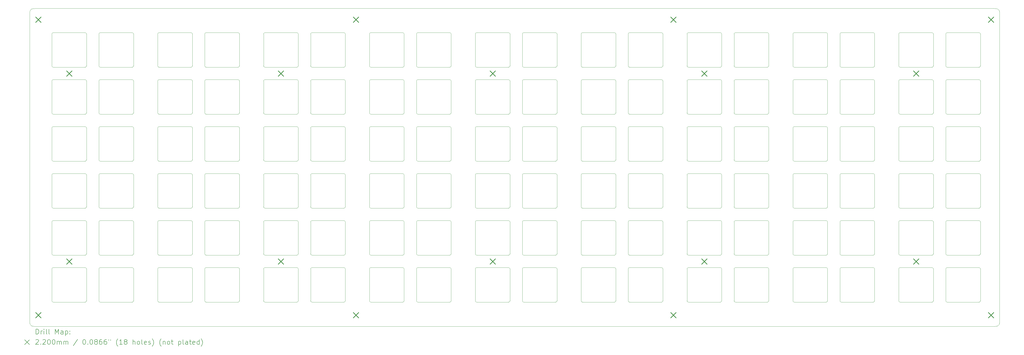
<source format=gbr>
%TF.GenerationSoftware,KiCad,Pcbnew,7.0.7*%
%TF.CreationDate,2023-09-25T11:43:55+09:00*%
%TF.ProjectId,Duet-Switch-Tester,44756574-2d53-4776-9974-63682d546573,rev?*%
%TF.SameCoordinates,Original*%
%TF.FileFunction,Drillmap*%
%TF.FilePolarity,Positive*%
%FSLAX45Y45*%
G04 Gerber Fmt 4.5, Leading zero omitted, Abs format (unit mm)*
G04 Created by KiCad (PCBNEW 7.0.7) date 2023-09-25 11:43:55*
%MOMM*%
%LPD*%
G01*
G04 APERTURE LIST*
%ADD10C,0.050000*%
%ADD11C,0.200000*%
%ADD12C,0.220000*%
G04 APERTURE END LIST*
D10*
X20176250Y-14828750D02*
G75*
G03*
X20226250Y-14778750I0J50000D01*
G01*
X13985000Y-7208750D02*
X12685000Y-7208750D01*
X22607500Y-5858750D02*
G75*
G03*
X22557500Y-5808750I-50000J0D01*
G01*
X34116250Y-11523750D02*
G75*
G03*
X34066250Y-11573750I0J-50000D01*
G01*
X25493750Y-14778750D02*
X25493750Y-13478750D01*
X28748750Y-5303750D02*
X27448750Y-5303750D01*
X18271250Y-12923750D02*
G75*
G03*
X18321250Y-12873750I0J50000D01*
G01*
X35971250Y-5253750D02*
G75*
G03*
X36021250Y-5303750I50000J0D01*
G01*
X13985000Y-14828750D02*
G75*
G03*
X14035000Y-14778750I0J50000D01*
G01*
X9748750Y-7763750D02*
X9748750Y-9063750D01*
X42403801Y-2987598D02*
X42406516Y-2991844D01*
X42409060Y-2996170D01*
X42411436Y-3000574D01*
X42414356Y-3006560D01*
X42417003Y-3012670D01*
X42418819Y-3017329D01*
X42420495Y-3022050D01*
X42422036Y-3026830D01*
X42423450Y-3031666D01*
X42424741Y-3036554D01*
X22607500Y-5858750D02*
X22607500Y-7158750D01*
X8398750Y-9618750D02*
G75*
G03*
X8348750Y-9668750I0J-50000D01*
G01*
X11603750Y-14828750D02*
G75*
G03*
X11653750Y-14778750I0J50000D01*
G01*
X11603750Y-11018750D02*
X10303750Y-11018750D01*
X29830000Y-5808750D02*
G75*
G03*
X29780000Y-5858750I0J-50000D01*
G01*
X38402500Y-9618750D02*
X39702500Y-9618750D01*
X33035000Y-12923750D02*
G75*
G03*
X33085000Y-12873750I0J50000D01*
G01*
X27448750Y-9618750D02*
G75*
G03*
X27398750Y-9668750I0J-50000D01*
G01*
X25493750Y-9668750D02*
X25493750Y-10968750D01*
X14540000Y-5253750D02*
X14540000Y-3953750D01*
X18321250Y-9668750D02*
G75*
G03*
X18271250Y-9618750I-50000J0D01*
G01*
X7317500Y-9113750D02*
X6017500Y-9113750D01*
X15890000Y-5303750D02*
G75*
G03*
X15940000Y-5253750I0J50000D01*
G01*
X28748750Y-14828750D02*
X27448750Y-14828750D01*
X23162500Y-3903750D02*
G75*
G03*
X23112500Y-3953750I0J-50000D01*
G01*
X35466250Y-3953750D02*
X35466250Y-5253750D01*
X10303750Y-13428750D02*
X11603750Y-13428750D01*
X39752500Y-7763750D02*
X39752500Y-9063750D01*
X33035000Y-14828750D02*
X31735000Y-14828750D01*
X14540000Y-12873750D02*
G75*
G03*
X14590000Y-12923750I50000J0D01*
G01*
X40307500Y-3903750D02*
G75*
G03*
X40257500Y-3953750I0J-50000D01*
G01*
X14590000Y-9618750D02*
X15890000Y-9618750D01*
X10253750Y-14778750D02*
G75*
G03*
X10303750Y-14828750I50000J0D01*
G01*
X36021250Y-3903750D02*
G75*
G03*
X35971250Y-3953750I0J-50000D01*
G01*
X9698750Y-7208750D02*
G75*
G03*
X9748750Y-7158750I0J50000D01*
G01*
X31180000Y-11573750D02*
G75*
G03*
X31130000Y-11523750I-50000J0D01*
G01*
X16921250Y-10968750D02*
G75*
G03*
X16971250Y-11018750I50000J0D01*
G01*
X20226250Y-7763750D02*
G75*
G03*
X20176250Y-7713750I-50000J0D01*
G01*
X39752500Y-13478750D02*
G75*
G03*
X39702500Y-13428750I-50000J0D01*
G01*
X10253750Y-9063750D02*
X10253750Y-7763750D01*
X13985000Y-7208750D02*
G75*
G03*
X14035000Y-7158750I0J50000D01*
G01*
X8348750Y-12873750D02*
G75*
G03*
X8398750Y-12923750I50000J0D01*
G01*
X25543750Y-11523750D02*
G75*
G03*
X25493750Y-11573750I0J-50000D01*
G01*
X23112500Y-12873750D02*
G75*
G03*
X23162500Y-12923750I50000J0D01*
G01*
X40257500Y-14778750D02*
G75*
G03*
X40307500Y-14828750I50000J0D01*
G01*
X7317500Y-7208750D02*
G75*
G03*
X7367500Y-7158750I0J50000D01*
G01*
X3398750Y-15810000D02*
X3390768Y-15809998D01*
X3382889Y-15809986D01*
X3375115Y-15809953D01*
X3367445Y-15809889D01*
X3359879Y-15809783D01*
X3352418Y-15809625D01*
X3345060Y-15809404D01*
X3337807Y-15809110D01*
X3330658Y-15808733D01*
X3323614Y-15808263D01*
X3316674Y-15807688D01*
X3309839Y-15806998D01*
X3303108Y-15806183D01*
X3296481Y-15805233D01*
X3289959Y-15804136D01*
X3283542Y-15802884D01*
X11603750Y-11018750D02*
G75*
G03*
X11653750Y-10968750I0J50000D01*
G01*
X31735000Y-13428750D02*
X33035000Y-13428750D01*
X41607500Y-14828750D02*
X40307500Y-14828750D01*
X11653750Y-13478750D02*
X11653750Y-14778750D01*
X42311458Y-2929616D02*
X42317131Y-2930883D01*
X42322746Y-2932299D01*
X42328298Y-2933873D01*
X42333782Y-2935614D01*
X42339193Y-2937532D01*
X42344526Y-2939635D01*
X42349775Y-2941933D01*
X42354935Y-2944433D01*
X42360001Y-2947146D01*
X42364968Y-2950080D01*
X42368222Y-2952163D01*
X6017500Y-11523750D02*
G75*
G03*
X5967500Y-11573750I0J-50000D01*
G01*
X25493750Y-7158750D02*
G75*
G03*
X25543750Y-7208750I50000J0D01*
G01*
X15890000Y-12923750D02*
X14590000Y-12923750D01*
X26843750Y-9113750D02*
X25543750Y-9113750D01*
X38352500Y-9063750D02*
X38352500Y-7763750D01*
X26843750Y-9618750D02*
X25543750Y-9618750D01*
X15940000Y-5858750D02*
X15940000Y-7158750D01*
X31685000Y-12873750D02*
G75*
G03*
X31735000Y-12923750I50000J0D01*
G01*
X31685000Y-10968750D02*
G75*
G03*
X31735000Y-11018750I50000J0D01*
G01*
X42368222Y-2952163D02*
X42373445Y-2955803D01*
X42378449Y-2959671D01*
X42383234Y-2963767D01*
X42387798Y-2968089D01*
X42392138Y-2972634D01*
X42396253Y-2977402D01*
X42400141Y-2982391D01*
X42403801Y-2987598D01*
X41657500Y-11573750D02*
X41657500Y-12873750D01*
X7317500Y-5808750D02*
X6017500Y-5808750D01*
X34066250Y-12873750D02*
G75*
G03*
X34116250Y-12923750I50000J0D01*
G01*
X29830000Y-11523750D02*
X31130000Y-11523750D01*
X3168366Y-3044792D02*
X3169633Y-3039119D01*
X3171049Y-3033504D01*
X3172623Y-3027952D01*
X3174364Y-3022468D01*
X3176282Y-3017057D01*
X3178385Y-3011724D01*
X3180683Y-3006475D01*
X3183183Y-3001315D01*
X3185896Y-2996249D01*
X3188830Y-2991282D01*
X3190913Y-2988028D01*
X12635000Y-9063750D02*
G75*
G03*
X12685000Y-9113750I50000J0D01*
G01*
X35416250Y-5303750D02*
X34116250Y-5303750D01*
X7367500Y-7763750D02*
X7367500Y-9063750D01*
X14035000Y-11573750D02*
G75*
G03*
X13985000Y-11523750I-50000J0D01*
G01*
X21257500Y-5808750D02*
G75*
G03*
X21207500Y-5858750I0J-50000D01*
G01*
X37321250Y-7208750D02*
X36021250Y-7208750D01*
X22607500Y-13478750D02*
G75*
G03*
X22557500Y-13428750I-50000J0D01*
G01*
X12685000Y-5808750D02*
G75*
G03*
X12635000Y-5858750I0J-50000D01*
G01*
X5412500Y-12923750D02*
X4112500Y-12923750D01*
X12685000Y-9618750D02*
X13985000Y-9618750D01*
X23162500Y-9618750D02*
G75*
G03*
X23112500Y-9668750I0J-50000D01*
G01*
X20176250Y-5303750D02*
X18876250Y-5303750D01*
X14540000Y-9063750D02*
G75*
G03*
X14590000Y-9113750I50000J0D01*
G01*
X40307500Y-13428750D02*
X41607500Y-13428750D01*
X24462500Y-7208750D02*
G75*
G03*
X24512500Y-7158750I0J50000D01*
G01*
X21207500Y-7158750D02*
X21207500Y-5858750D01*
X20176250Y-11018750D02*
X18876250Y-11018750D01*
X7367500Y-13478750D02*
X7367500Y-14778750D01*
X40257500Y-5253750D02*
G75*
G03*
X40307500Y-5303750I50000J0D01*
G01*
X9748750Y-5858750D02*
G75*
G03*
X9698750Y-5808750I-50000J0D01*
G01*
X11603750Y-5303750D02*
X10303750Y-5303750D01*
X11653750Y-3953750D02*
X11653750Y-5253750D01*
X35416250Y-14828750D02*
G75*
G03*
X35466250Y-14778750I0J50000D01*
G01*
X14590000Y-3903750D02*
G75*
G03*
X14540000Y-3953750I0J-50000D01*
G01*
X5967500Y-11573750D02*
X5967500Y-12873750D01*
X37321250Y-11018750D02*
G75*
G03*
X37371250Y-10968750I0J50000D01*
G01*
X23162500Y-11523750D02*
G75*
G03*
X23112500Y-11573750I0J-50000D01*
G01*
X27448750Y-7713750D02*
X28748750Y-7713750D01*
X29780000Y-14778750D02*
G75*
G03*
X29830000Y-14828750I50000J0D01*
G01*
X28748750Y-11018750D02*
X27448750Y-11018750D01*
X35466250Y-13478750D02*
G75*
G03*
X35416250Y-13428750I-50000J0D01*
G01*
X9748750Y-3953750D02*
G75*
G03*
X9698750Y-3903750I-50000J0D01*
G01*
X14590000Y-13428750D02*
X15890000Y-13428750D01*
X37371250Y-5858750D02*
X37371250Y-7158750D01*
X7367500Y-13478750D02*
G75*
G03*
X7317500Y-13428750I-50000J0D01*
G01*
X9748750Y-5858750D02*
X9748750Y-7158750D01*
X35416250Y-14828750D02*
X34116250Y-14828750D01*
X23112500Y-5253750D02*
X23112500Y-3953750D01*
X26843750Y-7208750D02*
X25543750Y-7208750D01*
X11603750Y-7208750D02*
G75*
G03*
X11653750Y-7158750I0J50000D01*
G01*
X22607500Y-5253750D02*
X22607500Y-3953750D01*
X12635000Y-12873750D02*
G75*
G03*
X12685000Y-12923750I50000J0D01*
G01*
X41607500Y-14828750D02*
G75*
G03*
X41657500Y-14778750I0J50000D01*
G01*
X15940000Y-3953750D02*
G75*
G03*
X15890000Y-3903750I-50000J0D01*
G01*
X14035000Y-5858750D02*
X14035000Y-7158750D01*
X22607500Y-11573750D02*
X22607500Y-12873750D01*
X5967500Y-14778750D02*
G75*
G03*
X6017500Y-14828750I50000J0D01*
G01*
X14035000Y-7763750D02*
G75*
G03*
X13985000Y-7713750I-50000J0D01*
G01*
X39702500Y-9113750D02*
X38402500Y-9113750D01*
X14035000Y-3953750D02*
G75*
G03*
X13985000Y-3903750I-50000J0D01*
G01*
X5967500Y-12873750D02*
G75*
G03*
X6017500Y-12923750I50000J0D01*
G01*
X6017500Y-12923750D02*
X7317500Y-12923750D01*
X18826250Y-5253750D02*
G75*
G03*
X18876250Y-5303750I50000J0D01*
G01*
X18876250Y-7713750D02*
G75*
G03*
X18826250Y-7763750I0J-50000D01*
G01*
X38402500Y-5808750D02*
G75*
G03*
X38352500Y-5858750I0J-50000D01*
G01*
X34066250Y-9063750D02*
G75*
G03*
X34116250Y-9113750I50000J0D01*
G01*
X27448750Y-13428750D02*
X28748750Y-13428750D01*
X26843750Y-14828750D02*
X25543750Y-14828750D01*
X22557500Y-12923750D02*
X21257500Y-12923750D01*
X5462500Y-7763750D02*
X5462500Y-9063750D01*
X8348750Y-10968750D02*
G75*
G03*
X8398750Y-11018750I50000J0D01*
G01*
X18321250Y-5858750D02*
G75*
G03*
X18271250Y-5808750I-50000J0D01*
G01*
X37371250Y-7763750D02*
G75*
G03*
X37321250Y-7713750I-50000J0D01*
G01*
X24512500Y-9668750D02*
G75*
G03*
X24462500Y-9618750I-50000J0D01*
G01*
X28748750Y-14828750D02*
G75*
G03*
X28798750Y-14778750I0J50000D01*
G01*
X41607500Y-11018750D02*
X40307500Y-11018750D01*
X25493750Y-9063750D02*
X25493750Y-7763750D01*
X23162500Y-7713750D02*
X24462500Y-7713750D01*
X13985000Y-14828750D02*
X12685000Y-14828750D01*
X3161250Y-3160000D02*
X3161250Y-15572500D01*
X10303750Y-11523750D02*
G75*
G03*
X10253750Y-11573750I0J-50000D01*
G01*
X29780000Y-14778750D02*
X29780000Y-13478750D01*
X36021250Y-13428750D02*
X37321250Y-13428750D01*
X7367500Y-12873750D02*
X7367500Y-11573750D01*
X24512500Y-3953750D02*
X24512500Y-5253750D01*
X10303750Y-13428750D02*
G75*
G03*
X10253750Y-13478750I0J-50000D01*
G01*
X41657500Y-5858750D02*
G75*
G03*
X41607500Y-5808750I-50000J0D01*
G01*
X34066250Y-7158750D02*
G75*
G03*
X34116250Y-7208750I50000J0D01*
G01*
X31180000Y-5858750D02*
G75*
G03*
X31130000Y-5808750I-50000J0D01*
G01*
X20176250Y-7208750D02*
G75*
G03*
X20226250Y-7158750I0J50000D01*
G01*
X37321250Y-5303750D02*
X36021250Y-5303750D01*
X21207500Y-14778750D02*
G75*
G03*
X21257500Y-14828750I50000J0D01*
G01*
X37321250Y-9113750D02*
X36021250Y-9113750D01*
X27398750Y-5858750D02*
X27398750Y-7158750D01*
X33085000Y-13478750D02*
G75*
G03*
X33035000Y-13428750I-50000J0D01*
G01*
X31130000Y-11018750D02*
G75*
G03*
X31180000Y-10968750I0J50000D01*
G01*
X35971250Y-7158750D02*
X35971250Y-5858750D01*
X36021250Y-7713750D02*
X37321250Y-7713750D01*
X15940000Y-11573750D02*
G75*
G03*
X15890000Y-11523750I-50000J0D01*
G01*
X23112500Y-10968750D02*
X23112500Y-9668750D01*
X24462500Y-5303750D02*
G75*
G03*
X24512500Y-5253750I0J50000D01*
G01*
X34066250Y-9063750D02*
X34066250Y-7763750D01*
X21207500Y-3953750D02*
X21207500Y-5253750D01*
X20226250Y-5858750D02*
G75*
G03*
X20176250Y-5808750I-50000J0D01*
G01*
X37321250Y-14828750D02*
X36021250Y-14828750D01*
X21207500Y-14778750D02*
X21207500Y-13478750D01*
X20226250Y-14778750D02*
X20226250Y-13478750D01*
X27398750Y-9063750D02*
X27398750Y-7763750D01*
X24512500Y-13478750D02*
X24512500Y-14778750D01*
X15940000Y-5858750D02*
G75*
G03*
X15890000Y-5808750I-50000J0D01*
G01*
X18826250Y-13478750D02*
X18826250Y-14778750D01*
X35971250Y-9063750D02*
G75*
G03*
X36021250Y-9113750I50000J0D01*
G01*
X14590000Y-7713750D02*
G75*
G03*
X14540000Y-7763750I0J-50000D01*
G01*
X14540000Y-7158750D02*
X14540000Y-5858750D01*
X5412500Y-14828750D02*
G75*
G03*
X5462500Y-14778750I0J50000D01*
G01*
X38352500Y-7158750D02*
G75*
G03*
X38402500Y-7208750I50000J0D01*
G01*
X7367500Y-11573750D02*
G75*
G03*
X7317500Y-11523750I-50000J0D01*
G01*
X31180000Y-5858750D02*
X31180000Y-7158750D01*
X40257500Y-10968750D02*
G75*
G03*
X40307500Y-11018750I50000J0D01*
G01*
X5462500Y-11573750D02*
X5462500Y-12873750D01*
X18876250Y-5808750D02*
G75*
G03*
X18826250Y-5858750I0J-50000D01*
G01*
X8348750Y-5253750D02*
G75*
G03*
X8398750Y-5303750I50000J0D01*
G01*
X18271250Y-14828750D02*
X16971250Y-14828750D01*
X41607500Y-9113750D02*
G75*
G03*
X41657500Y-9063750I0J50000D01*
G01*
X14035000Y-13478750D02*
G75*
G03*
X13985000Y-13428750I-50000J0D01*
G01*
X28798750Y-5858750D02*
G75*
G03*
X28748750Y-5808750I-50000J0D01*
G01*
X15940000Y-7763750D02*
G75*
G03*
X15890000Y-7713750I-50000J0D01*
G01*
X35416250Y-11018750D02*
X34116250Y-11018750D01*
X5967500Y-5253750D02*
G75*
G03*
X6017500Y-5303750I50000J0D01*
G01*
X18876250Y-14828750D02*
X20176250Y-14828750D01*
X12685000Y-11523750D02*
G75*
G03*
X12635000Y-11573750I0J-50000D01*
G01*
X11603750Y-12923750D02*
X10303750Y-12923750D01*
X34116250Y-5808750D02*
G75*
G03*
X34066250Y-5858750I0J-50000D01*
G01*
X8398750Y-3903750D02*
G75*
G03*
X8348750Y-3953750I0J-50000D01*
G01*
X42368652Y-15780051D02*
X42364406Y-15782766D01*
X42360080Y-15785309D01*
X42355676Y-15787686D01*
X42349690Y-15790606D01*
X42343580Y-15793253D01*
X42338921Y-15795069D01*
X42334200Y-15796744D01*
X42329420Y-15798286D01*
X42324584Y-15799700D01*
X42319696Y-15800991D01*
X31130000Y-5303750D02*
X29830000Y-5303750D01*
X3226778Y-15780336D02*
X3221555Y-15776697D01*
X3216551Y-15772828D01*
X3211766Y-15768733D01*
X3207202Y-15764411D01*
X3202862Y-15759866D01*
X3198747Y-15755098D01*
X3194859Y-15750109D01*
X3191199Y-15744901D01*
X29780000Y-5253750D02*
G75*
G03*
X29830000Y-5303750I50000J0D01*
G01*
X10253750Y-5253750D02*
G75*
G03*
X10303750Y-5303750I50000J0D01*
G01*
X25543750Y-3903750D02*
X26843750Y-3903750D01*
X39752500Y-7763750D02*
G75*
G03*
X39702500Y-7713750I-50000J0D01*
G01*
X40307500Y-9618750D02*
X41607500Y-9618750D01*
X33085000Y-9668750D02*
X33085000Y-10968750D01*
X29830000Y-11018750D02*
X31130000Y-11018750D01*
X26893750Y-5858750D02*
G75*
G03*
X26843750Y-5808750I-50000J0D01*
G01*
X9698750Y-12923750D02*
G75*
G03*
X9748750Y-12873750I0J50000D01*
G01*
X26843750Y-5303750D02*
G75*
G03*
X26893750Y-5253750I0J50000D01*
G01*
X18876250Y-11523750D02*
X20176250Y-11523750D01*
X21207500Y-5253750D02*
G75*
G03*
X21257500Y-5303750I50000J0D01*
G01*
X14590000Y-9618750D02*
G75*
G03*
X14540000Y-9668750I0J-50000D01*
G01*
X18876250Y-13428750D02*
G75*
G03*
X18826250Y-13478750I0J-50000D01*
G01*
X14540000Y-12873750D02*
X14540000Y-11573750D01*
X5462500Y-13478750D02*
X5462500Y-14778750D01*
X34116250Y-3903750D02*
X35416250Y-3903750D01*
X7367500Y-3953750D02*
X7367500Y-5253750D01*
X5462500Y-11573750D02*
G75*
G03*
X5412500Y-11523750I-50000J0D01*
G01*
X15940000Y-13478750D02*
X15940000Y-14778750D01*
X12635000Y-14778750D02*
G75*
G03*
X12685000Y-14828750I50000J0D01*
G01*
X7367500Y-7158750D02*
X7367500Y-5858750D01*
X23112500Y-9063750D02*
G75*
G03*
X23162500Y-9113750I50000J0D01*
G01*
X4112500Y-3903750D02*
G75*
G03*
X4062500Y-3953750I0J-50000D01*
G01*
X41657500Y-7763750D02*
G75*
G03*
X41607500Y-7713750I-50000J0D01*
G01*
X24512500Y-5858750D02*
G75*
G03*
X24462500Y-5808750I-50000J0D01*
G01*
X3191199Y-15744901D02*
X3188483Y-15740656D01*
X3185940Y-15736330D01*
X3183564Y-15731926D01*
X3180644Y-15725940D01*
X3177996Y-15719830D01*
X3176181Y-15715171D01*
X3174505Y-15710450D01*
X3172964Y-15705670D01*
X3171550Y-15700834D01*
X3170259Y-15695946D01*
X4112500Y-13428750D02*
X5412500Y-13428750D01*
X40307500Y-11523750D02*
G75*
G03*
X40257500Y-11573750I0J-50000D01*
G01*
X34116250Y-3903750D02*
G75*
G03*
X34066250Y-3953750I0J-50000D01*
G01*
X38402500Y-3903750D02*
X39702500Y-3903750D01*
X7317500Y-14828750D02*
G75*
G03*
X7367500Y-14778750I0J50000D01*
G01*
X37371250Y-9668750D02*
G75*
G03*
X37321250Y-9618750I-50000J0D01*
G01*
X18876250Y-3903750D02*
G75*
G03*
X18826250Y-3953750I0J-50000D01*
G01*
X23112500Y-5253750D02*
G75*
G03*
X23162500Y-5303750I50000J0D01*
G01*
X29830000Y-3903750D02*
X31130000Y-3903750D01*
X34066250Y-10968750D02*
X34066250Y-9668750D01*
X39752500Y-3953750D02*
X39752500Y-5253750D01*
X37321250Y-7208750D02*
G75*
G03*
X37371250Y-7158750I0J50000D01*
G01*
X12685000Y-9618750D02*
G75*
G03*
X12635000Y-9668750I0J-50000D01*
G01*
X29780000Y-12873750D02*
X29780000Y-11573750D01*
X41657500Y-11573750D02*
G75*
G03*
X41607500Y-11523750I-50000J0D01*
G01*
X11653750Y-9668750D02*
X11653750Y-10968750D01*
X12635000Y-7158750D02*
X12635000Y-5858750D01*
X41607500Y-5303750D02*
X40307500Y-5303750D01*
X4062500Y-9063750D02*
X4062500Y-7763750D01*
X10303750Y-3903750D02*
G75*
G03*
X10253750Y-3953750I0J-50000D01*
G01*
X42404087Y-15744472D02*
X42400447Y-15749695D01*
X42396578Y-15754699D01*
X42392483Y-15759484D01*
X42388161Y-15764047D01*
X42383616Y-15768388D01*
X42378848Y-15772503D01*
X42373859Y-15776391D01*
X42368652Y-15780051D01*
X42196250Y-2922500D02*
X42204232Y-2922502D01*
X42212110Y-2922514D01*
X42219885Y-2922547D01*
X42227555Y-2922611D01*
X42235120Y-2922717D01*
X42242582Y-2922875D01*
X42249940Y-2923096D01*
X42257193Y-2923389D01*
X42264341Y-2923766D01*
X42271386Y-2924237D01*
X42278326Y-2924812D01*
X42285161Y-2925502D01*
X42291892Y-2926317D01*
X42298519Y-2927267D01*
X42305041Y-2928363D01*
X42311458Y-2929616D01*
X22607500Y-9668750D02*
G75*
G03*
X22557500Y-9618750I-50000J0D01*
G01*
X12635000Y-5253750D02*
X12635000Y-3953750D01*
X33085000Y-13478750D02*
X33085000Y-14778750D01*
X40257500Y-5253750D02*
X40257500Y-3953750D01*
X18271250Y-11018750D02*
G75*
G03*
X18321250Y-10968750I0J50000D01*
G01*
X15890000Y-12923750D02*
G75*
G03*
X15940000Y-12873750I0J50000D01*
G01*
X22557500Y-3903750D02*
X21257500Y-3903750D01*
X16921250Y-14778750D02*
X16921250Y-13478750D01*
X5462500Y-3953750D02*
G75*
G03*
X5412500Y-3903750I-50000J0D01*
G01*
X27448750Y-7713750D02*
G75*
G03*
X27398750Y-7763750I0J-50000D01*
G01*
X40257500Y-5858750D02*
X40257500Y-7158750D01*
X22607500Y-9668750D02*
X22607500Y-10968750D01*
X9748750Y-13478750D02*
G75*
G03*
X9698750Y-13428750I-50000J0D01*
G01*
X24512500Y-11573750D02*
G75*
G03*
X24462500Y-11523750I-50000J0D01*
G01*
X24512500Y-5858750D02*
X24512500Y-7158750D01*
X27398750Y-5253750D02*
X27398750Y-3953750D01*
X38352500Y-7158750D02*
X38352500Y-5858750D01*
X40307500Y-5808750D02*
G75*
G03*
X40257500Y-5858750I0J-50000D01*
G01*
X31130000Y-9618750D02*
X29830000Y-9618750D01*
X9748750Y-9668750D02*
X9748750Y-10968750D01*
X18876250Y-5808750D02*
X20176250Y-5808750D01*
X16921250Y-7158750D02*
X16921250Y-5858750D01*
X39752500Y-11573750D02*
X39752500Y-12873750D01*
X34066250Y-14778750D02*
G75*
G03*
X34116250Y-14828750I50000J0D01*
G01*
X4062500Y-14778750D02*
X4062500Y-13478750D01*
X11653750Y-7763750D02*
X11653750Y-9063750D01*
X23162500Y-5808750D02*
G75*
G03*
X23112500Y-5858750I0J-50000D01*
G01*
X26843750Y-12923750D02*
G75*
G03*
X26893750Y-12873750I0J50000D01*
G01*
X16921250Y-7158750D02*
G75*
G03*
X16971250Y-7208750I50000J0D01*
G01*
X7367500Y-9668750D02*
G75*
G03*
X7317500Y-9618750I-50000J0D01*
G01*
X4062500Y-10968750D02*
G75*
G03*
X4112500Y-11018750I50000J0D01*
G01*
X31180000Y-9668750D02*
G75*
G03*
X31130000Y-9618750I-50000J0D01*
G01*
X37321250Y-14828750D02*
G75*
G03*
X37371250Y-14778750I0J50000D01*
G01*
X25493750Y-5253750D02*
X25493750Y-3953750D01*
X10253750Y-12873750D02*
X10253750Y-11573750D01*
X4112500Y-5808750D02*
X5412500Y-5808750D01*
X4112500Y-7713750D02*
G75*
G03*
X4062500Y-7763750I0J-50000D01*
G01*
X37321250Y-5303750D02*
G75*
G03*
X37371250Y-5253750I0J50000D01*
G01*
X12685000Y-7713750D02*
G75*
G03*
X12635000Y-7763750I0J-50000D01*
G01*
X11653750Y-11573750D02*
G75*
G03*
X11603750Y-11523750I-50000J0D01*
G01*
X29830000Y-11523750D02*
G75*
G03*
X29780000Y-11573750I0J-50000D01*
G01*
X12635000Y-5253750D02*
G75*
G03*
X12685000Y-5303750I50000J0D01*
G01*
X13985000Y-12923750D02*
G75*
G03*
X14035000Y-12873750I0J50000D01*
G01*
X24512500Y-11573750D02*
X24512500Y-12873750D01*
X34066250Y-12873750D02*
X34066250Y-11573750D01*
X24462500Y-12923750D02*
X23162500Y-12923750D01*
X16921250Y-14778750D02*
G75*
G03*
X16971250Y-14828750I50000J0D01*
G01*
X37371250Y-9668750D02*
X37371250Y-10968750D01*
X14590000Y-7713750D02*
X15890000Y-7713750D01*
X24462500Y-9113750D02*
X23162500Y-9113750D01*
X25493750Y-14778750D02*
G75*
G03*
X25543750Y-14828750I50000J0D01*
G01*
X15890000Y-11018750D02*
X14590000Y-11018750D01*
X35416250Y-5303750D02*
G75*
G03*
X35466250Y-5253750I0J50000D01*
G01*
X23112500Y-7158750D02*
G75*
G03*
X23162500Y-7208750I50000J0D01*
G01*
X14540000Y-10968750D02*
G75*
G03*
X14590000Y-11018750I50000J0D01*
G01*
X8348750Y-10968750D02*
X8348750Y-9668750D01*
X39702500Y-7208750D02*
G75*
G03*
X39752500Y-7158750I0J50000D01*
G01*
X5412500Y-9113750D02*
X4112500Y-9113750D01*
X18271250Y-5303750D02*
G75*
G03*
X18321250Y-5253750I0J50000D01*
G01*
X35466250Y-5858750D02*
G75*
G03*
X35416250Y-5808750I-50000J0D01*
G01*
X20226250Y-3953750D02*
X20226250Y-5253750D01*
X5967500Y-10968750D02*
G75*
G03*
X6017500Y-11018750I50000J0D01*
G01*
X29780000Y-12873750D02*
G75*
G03*
X29830000Y-12923750I50000J0D01*
G01*
X26893750Y-11573750D02*
G75*
G03*
X26843750Y-11523750I-50000J0D01*
G01*
X10253750Y-7158750D02*
G75*
G03*
X10303750Y-7208750I50000J0D01*
G01*
X12635000Y-14778750D02*
X12635000Y-13478750D01*
X27448750Y-3903750D02*
X28748750Y-3903750D01*
X28748750Y-12923750D02*
G75*
G03*
X28798750Y-12873750I0J50000D01*
G01*
X31180000Y-3953750D02*
X31180000Y-5253750D01*
X29830000Y-7713750D02*
G75*
G03*
X29780000Y-7763750I0J-50000D01*
G01*
X33085000Y-11573750D02*
G75*
G03*
X33035000Y-11523750I-50000J0D01*
G01*
X31130000Y-9113750D02*
G75*
G03*
X31180000Y-9063750I0J50000D01*
G01*
X15940000Y-3953750D02*
X15940000Y-5253750D01*
X15890000Y-5303750D02*
X14590000Y-5303750D01*
X18321250Y-7763750D02*
X18321250Y-9063750D01*
X24462500Y-11018750D02*
G75*
G03*
X24512500Y-10968750I0J50000D01*
G01*
X18321250Y-13478750D02*
X18321250Y-14778750D01*
X38402500Y-11523750D02*
G75*
G03*
X38352500Y-11573750I0J-50000D01*
G01*
X28798750Y-9668750D02*
X28798750Y-10968750D01*
X23162500Y-7713750D02*
G75*
G03*
X23112500Y-7763750I0J-50000D01*
G01*
X29780000Y-9668750D02*
X29780000Y-10968750D01*
X16921250Y-12873750D02*
G75*
G03*
X16971250Y-12923750I50000J0D01*
G01*
X14540000Y-7158750D02*
G75*
G03*
X14590000Y-7208750I50000J0D01*
G01*
X10253750Y-10968750D02*
G75*
G03*
X10303750Y-11018750I50000J0D01*
G01*
X15890000Y-7208750D02*
G75*
G03*
X15940000Y-7158750I0J50000D01*
G01*
X38352500Y-5253750D02*
X38352500Y-3953750D01*
X27448750Y-7208750D02*
X28748750Y-7208750D01*
X11603750Y-9113750D02*
G75*
G03*
X11653750Y-9063750I0J50000D01*
G01*
X31735000Y-11523750D02*
G75*
G03*
X31685000Y-11573750I0J-50000D01*
G01*
X15890000Y-9113750D02*
G75*
G03*
X15940000Y-9063750I0J50000D01*
G01*
X38402500Y-13428750D02*
X39702500Y-13428750D01*
X25543750Y-11018750D02*
X26843750Y-11018750D01*
X31180000Y-7763750D02*
G75*
G03*
X31130000Y-7713750I-50000J0D01*
G01*
X18271250Y-7208750D02*
G75*
G03*
X18321250Y-7158750I0J50000D01*
G01*
X41607500Y-5303750D02*
G75*
G03*
X41657500Y-5253750I0J50000D01*
G01*
X12635000Y-10968750D02*
G75*
G03*
X12685000Y-11018750I50000J0D01*
G01*
X14035000Y-9668750D02*
G75*
G03*
X13985000Y-9618750I-50000J0D01*
G01*
X18826250Y-10968750D02*
X18826250Y-9668750D01*
X8398750Y-5808750D02*
X9698750Y-5808750D01*
X6017500Y-3903750D02*
G75*
G03*
X5967500Y-3953750I0J-50000D01*
G01*
X40307500Y-11523750D02*
X41607500Y-11523750D01*
X31130000Y-7208750D02*
G75*
G03*
X31180000Y-7158750I0J50000D01*
G01*
X31130000Y-12923750D02*
G75*
G03*
X31180000Y-12873750I0J50000D01*
G01*
X41607500Y-12923750D02*
X40307500Y-12923750D01*
X28798750Y-7763750D02*
X28798750Y-9063750D01*
X11653750Y-7763750D02*
G75*
G03*
X11603750Y-7713750I-50000J0D01*
G01*
X29780000Y-7158750D02*
X29780000Y-5858750D01*
X31735000Y-11523750D02*
X33035000Y-11523750D01*
X9698750Y-5303750D02*
G75*
G03*
X9748750Y-5253750I0J50000D01*
G01*
X16921250Y-5253750D02*
X16921250Y-3953750D01*
X20176250Y-12923750D02*
X18876250Y-12923750D01*
X33085000Y-3953750D02*
G75*
G03*
X33035000Y-3903750I-50000J0D01*
G01*
X4112500Y-7713750D02*
X5412500Y-7713750D01*
X23162500Y-9618750D02*
X24462500Y-9618750D01*
X41657500Y-9668750D02*
X41657500Y-10968750D01*
X21257500Y-13428750D02*
G75*
G03*
X21207500Y-13478750I0J-50000D01*
G01*
X38352500Y-10968750D02*
G75*
G03*
X38402500Y-11018750I50000J0D01*
G01*
X11653750Y-3953750D02*
G75*
G03*
X11603750Y-3903750I-50000J0D01*
G01*
X35466250Y-3953750D02*
G75*
G03*
X35416250Y-3903750I-50000J0D01*
G01*
X35416250Y-9113750D02*
G75*
G03*
X35466250Y-9063750I0J50000D01*
G01*
X40257500Y-9063750D02*
X40257500Y-7763750D01*
X13985000Y-11018750D02*
G75*
G03*
X14035000Y-10968750I0J50000D01*
G01*
X14540000Y-10968750D02*
X14540000Y-9668750D01*
X8398750Y-13428750D02*
G75*
G03*
X8348750Y-13478750I0J-50000D01*
G01*
X39752500Y-5858750D02*
G75*
G03*
X39702500Y-5808750I-50000J0D01*
G01*
X29780000Y-7158750D02*
G75*
G03*
X29830000Y-7208750I50000J0D01*
G01*
X31180000Y-3953750D02*
G75*
G03*
X31130000Y-3903750I-50000J0D01*
G01*
X22607500Y-3953750D02*
G75*
G03*
X22557500Y-3903750I-50000J0D01*
G01*
X18271250Y-9113750D02*
X16971250Y-9113750D01*
X23112500Y-14778750D02*
X23112500Y-13478750D01*
X31130000Y-14828750D02*
X29830000Y-14828750D01*
X13985000Y-9113750D02*
X12685000Y-9113750D01*
X35416250Y-7208750D02*
G75*
G03*
X35466250Y-7158750I0J50000D01*
G01*
X35416250Y-12923750D02*
X34116250Y-12923750D01*
X11603750Y-5303750D02*
G75*
G03*
X11653750Y-5253750I0J50000D01*
G01*
X26843750Y-7208750D02*
G75*
G03*
X26893750Y-7158750I0J50000D01*
G01*
X40307500Y-13428750D02*
G75*
G03*
X40257500Y-13478750I0J-50000D01*
G01*
X28798750Y-11573750D02*
G75*
G03*
X28748750Y-11523750I-50000J0D01*
G01*
X35466250Y-7763750D02*
G75*
G03*
X35416250Y-7713750I-50000J0D01*
G01*
X38352500Y-10968750D02*
X38352500Y-9668750D01*
X24462500Y-14828750D02*
G75*
G03*
X24512500Y-14778750I0J50000D01*
G01*
X39752500Y-9668750D02*
X39752500Y-10968750D01*
X26893750Y-10968750D02*
X26893750Y-9668750D01*
X8398750Y-3903750D02*
X9698750Y-3903750D01*
X18826250Y-7158750D02*
X18826250Y-5858750D01*
X28748750Y-5808750D02*
X27448750Y-5808750D01*
X37321250Y-9113750D02*
G75*
G03*
X37371250Y-9063750I0J50000D01*
G01*
X20176250Y-9113750D02*
G75*
G03*
X20226250Y-9063750I0J50000D01*
G01*
X22607500Y-11573750D02*
G75*
G03*
X22557500Y-11523750I-50000J0D01*
G01*
X37371250Y-13478750D02*
X37371250Y-14778750D01*
X41607500Y-7208750D02*
G75*
G03*
X41657500Y-7158750I0J50000D01*
G01*
X5967500Y-9063750D02*
G75*
G03*
X6017500Y-9113750I50000J0D01*
G01*
X29780000Y-9063750D02*
G75*
G03*
X29830000Y-9113750I50000J0D01*
G01*
X36021250Y-9618750D02*
X37321250Y-9618750D01*
X39702500Y-9113750D02*
G75*
G03*
X39752500Y-9063750I0J50000D01*
G01*
X5462500Y-9668750D02*
X5462500Y-10968750D01*
X15940000Y-9668750D02*
X15940000Y-10968750D01*
X23112500Y-7158750D02*
X23112500Y-5858750D01*
X8398750Y-7713750D02*
G75*
G03*
X8348750Y-7763750I0J-50000D01*
G01*
X5967500Y-14778750D02*
X5967500Y-13478750D01*
X6017500Y-9618750D02*
G75*
G03*
X5967500Y-9668750I0J-50000D01*
G01*
X5967500Y-5858750D02*
X5967500Y-7158750D01*
X36021250Y-9618750D02*
G75*
G03*
X35971250Y-9668750I0J-50000D01*
G01*
X31685000Y-3953750D02*
X31685000Y-5253750D01*
X42319696Y-15800991D02*
X42312898Y-15802577D01*
X42305975Y-15803965D01*
X42298929Y-15805168D01*
X42291760Y-15806199D01*
X42284467Y-15807073D01*
X42277053Y-15807801D01*
X42269516Y-15808397D01*
X42261857Y-15808874D01*
X42254077Y-15809246D01*
X42246175Y-15809525D01*
X42238154Y-15809725D01*
X42230012Y-15809859D01*
X42221750Y-15809941D01*
X42213369Y-15809982D01*
X42204869Y-15809998D01*
X42196250Y-15810000D01*
X38352500Y-14778750D02*
G75*
G03*
X38402500Y-14828750I50000J0D01*
G01*
X20176250Y-13428750D02*
X18876250Y-13428750D01*
X40257500Y-7158750D02*
G75*
G03*
X40307500Y-7208750I50000J0D01*
G01*
X14035000Y-7763750D02*
X14035000Y-9063750D01*
X25493750Y-10968750D02*
G75*
G03*
X25543750Y-11018750I50000J0D01*
G01*
X21207500Y-9063750D02*
X21207500Y-7763750D01*
X14035000Y-5858750D02*
G75*
G03*
X13985000Y-5808750I-50000J0D01*
G01*
X33085000Y-5253750D02*
X33085000Y-3953750D01*
X35971250Y-5253750D02*
X35971250Y-3953750D01*
X22557500Y-14828750D02*
X21257500Y-14828750D01*
X7317500Y-12923750D02*
G75*
G03*
X7367500Y-12873750I0J50000D01*
G01*
X38352500Y-5253750D02*
G75*
G03*
X38402500Y-5303750I50000J0D01*
G01*
X41607500Y-12923750D02*
G75*
G03*
X41657500Y-12873750I0J50000D01*
G01*
X33035000Y-9113750D02*
X31735000Y-9113750D01*
X18826250Y-14778750D02*
G75*
G03*
X18876250Y-14828750I50000J0D01*
G01*
X41657500Y-13478750D02*
X41657500Y-14778750D01*
X26893750Y-13478750D02*
X26893750Y-14778750D01*
X37371250Y-3953750D02*
X37371250Y-5253750D01*
X7367500Y-7763750D02*
G75*
G03*
X7317500Y-7713750I-50000J0D01*
G01*
X39752500Y-3953750D02*
G75*
G03*
X39702500Y-3903750I-50000J0D01*
G01*
X38402500Y-11523750D02*
X39702500Y-11523750D01*
X40307500Y-7713750D02*
X41607500Y-7713750D01*
X12635000Y-10968750D02*
X12635000Y-9668750D01*
X33035000Y-5303750D02*
G75*
G03*
X33085000Y-5253750I0J50000D01*
G01*
X39702500Y-12923750D02*
X38402500Y-12923750D01*
X40257500Y-9063750D02*
G75*
G03*
X40307500Y-9113750I50000J0D01*
G01*
X5462500Y-5858750D02*
X5462500Y-7158750D01*
X7317500Y-9113750D02*
G75*
G03*
X7367500Y-9063750I0J50000D01*
G01*
X24462500Y-14828750D02*
X23162500Y-14828750D01*
X18271250Y-5303750D02*
X16971250Y-5303750D01*
X24462500Y-11018750D02*
X23162500Y-11018750D01*
X4112500Y-5808750D02*
G75*
G03*
X4062500Y-5858750I0J-50000D01*
G01*
X31685000Y-9063750D02*
G75*
G03*
X31735000Y-9113750I50000J0D01*
G01*
X35971250Y-10968750D02*
X35971250Y-9668750D01*
X13985000Y-11018750D02*
X12685000Y-11018750D01*
X23112500Y-10968750D02*
G75*
G03*
X23162500Y-11018750I50000J0D01*
G01*
X16971250Y-5808750D02*
G75*
G03*
X16921250Y-5858750I0J-50000D01*
G01*
X24512500Y-3953750D02*
G75*
G03*
X24462500Y-3903750I-50000J0D01*
G01*
X5412500Y-12923750D02*
G75*
G03*
X5462500Y-12873750I0J50000D01*
G01*
X39702500Y-12923750D02*
G75*
G03*
X39752500Y-12873750I0J50000D01*
G01*
X39752500Y-11573750D02*
G75*
G03*
X39702500Y-11523750I-50000J0D01*
G01*
X31130000Y-14828750D02*
G75*
G03*
X31180000Y-14778750I0J50000D01*
G01*
X9698750Y-14828750D02*
G75*
G03*
X9748750Y-14778750I0J50000D01*
G01*
X25493750Y-12873750D02*
X25493750Y-11573750D01*
X38402500Y-3903750D02*
G75*
G03*
X38352500Y-3953750I0J-50000D01*
G01*
X16921250Y-10968750D02*
X16921250Y-9668750D01*
X34116250Y-7713750D02*
G75*
G03*
X34066250Y-7763750I0J-50000D01*
G01*
X22557500Y-7208750D02*
G75*
G03*
X22607500Y-7158750I0J50000D01*
G01*
X9698750Y-11018750D02*
X8398750Y-11018750D01*
X7317500Y-14828750D02*
X6017500Y-14828750D01*
X35466250Y-9668750D02*
X35466250Y-10968750D01*
X12635000Y-12873750D02*
X12635000Y-11573750D01*
X5967500Y-7158750D02*
G75*
G03*
X6017500Y-7208750I50000J0D01*
G01*
X4062500Y-12873750D02*
G75*
G03*
X4112500Y-12923750I50000J0D01*
G01*
X25543750Y-13428750D02*
X26843750Y-13428750D01*
X18826250Y-7158750D02*
G75*
G03*
X18876250Y-7208750I50000J0D01*
G01*
X21257500Y-9618750D02*
X22557500Y-9618750D01*
X31735000Y-7713750D02*
G75*
G03*
X31685000Y-7763750I0J-50000D01*
G01*
X33085000Y-7763750D02*
G75*
G03*
X33035000Y-7713750I-50000J0D01*
G01*
X22557500Y-14828750D02*
G75*
G03*
X22607500Y-14778750I0J50000D01*
G01*
X39702500Y-7208750D02*
X38402500Y-7208750D01*
X8348750Y-7158750D02*
X8348750Y-5858750D01*
X18876250Y-9618750D02*
X20176250Y-9618750D01*
X10253750Y-14778750D02*
X10253750Y-13478750D01*
X8398750Y-11523750D02*
X9698750Y-11523750D01*
X37321250Y-12923750D02*
X36021250Y-12923750D01*
X8348750Y-12873750D02*
X8348750Y-11573750D01*
X5967500Y-10968750D02*
X5967500Y-9668750D01*
X4062500Y-9063750D02*
G75*
G03*
X4112500Y-9113750I50000J0D01*
G01*
X18826250Y-9063750D02*
X18826250Y-7763750D01*
X10303750Y-9618750D02*
G75*
G03*
X10253750Y-9668750I0J-50000D01*
G01*
X15890000Y-14828750D02*
X14590000Y-14828750D01*
X28748750Y-5303750D02*
G75*
G03*
X28798750Y-5253750I0J50000D01*
G01*
X8398750Y-5808750D02*
G75*
G03*
X8348750Y-5858750I0J-50000D01*
G01*
X18271250Y-11018750D02*
X16971250Y-11018750D01*
X7317500Y-11523750D02*
X6017500Y-11523750D01*
X29830000Y-13428750D02*
G75*
G03*
X29780000Y-13478750I0J-50000D01*
G01*
X40307500Y-7713750D02*
G75*
G03*
X40257500Y-7763750I0J-50000D01*
G01*
X31130000Y-5303750D02*
G75*
G03*
X31180000Y-5253750I0J50000D01*
G01*
X3226348Y-2952449D02*
X3230594Y-2949733D01*
X3234920Y-2947190D01*
X3239324Y-2944814D01*
X3245310Y-2941894D01*
X3251420Y-2939246D01*
X3256079Y-2937431D01*
X3260800Y-2935755D01*
X3265580Y-2934214D01*
X3270416Y-2932800D01*
X3275304Y-2931509D01*
X20226250Y-5858750D02*
X20226250Y-7158750D01*
X18321250Y-3953750D02*
G75*
G03*
X18271250Y-3903750I-50000J0D01*
G01*
X21207500Y-7158750D02*
G75*
G03*
X21257500Y-7208750I50000J0D01*
G01*
X25493750Y-7158750D02*
X25493750Y-5858750D01*
X14590000Y-13428750D02*
G75*
G03*
X14540000Y-13478750I0J-50000D01*
G01*
X28748750Y-12923750D02*
X27448750Y-12923750D01*
X15890000Y-11018750D02*
G75*
G03*
X15940000Y-10968750I0J50000D01*
G01*
X8348750Y-5253750D02*
X8348750Y-3953750D01*
X15940000Y-9668750D02*
G75*
G03*
X15890000Y-9618750I-50000J0D01*
G01*
X23112500Y-14778750D02*
G75*
G03*
X23162500Y-14828750I50000J0D01*
G01*
X6017500Y-5808750D02*
G75*
G03*
X5967500Y-5858750I0J-50000D01*
G01*
X26893750Y-11573750D02*
X26893750Y-12873750D01*
X29830000Y-3903750D02*
G75*
G03*
X29780000Y-3953750I0J-50000D01*
G01*
X8398750Y-7713750D02*
X9698750Y-7713750D01*
X21207500Y-12873750D02*
G75*
G03*
X21257500Y-12923750I50000J0D01*
G01*
X26893750Y-7763750D02*
G75*
G03*
X26843750Y-7713750I-50000J0D01*
G01*
X13985000Y-5303750D02*
G75*
G03*
X14035000Y-5253750I0J50000D01*
G01*
X18321250Y-5858750D02*
X18321250Y-7158750D01*
X14035000Y-13478750D02*
X14035000Y-14778750D01*
X27448750Y-11523750D02*
X28748750Y-11523750D01*
X26893750Y-7763750D02*
X26893750Y-9063750D01*
X6017500Y-9618750D02*
X7317500Y-9618750D01*
X15890000Y-14828750D02*
G75*
G03*
X15940000Y-14778750I0J50000D01*
G01*
X35416250Y-9113750D02*
X34116250Y-9113750D01*
X25543750Y-13428750D02*
G75*
G03*
X25493750Y-13478750I0J-50000D01*
G01*
X6017500Y-7713750D02*
X7317500Y-7713750D01*
X37371250Y-11573750D02*
G75*
G03*
X37321250Y-11523750I-50000J0D01*
G01*
X10253750Y-9063750D02*
G75*
G03*
X10303750Y-9113750I50000J0D01*
G01*
X5967500Y-9063750D02*
X5967500Y-7763750D01*
X35416250Y-11018750D02*
G75*
G03*
X35466250Y-10968750I0J50000D01*
G01*
X24512500Y-7763750D02*
X24512500Y-9063750D01*
X25543750Y-3903750D02*
G75*
G03*
X25493750Y-3953750I0J-50000D01*
G01*
X29830000Y-9618750D02*
G75*
G03*
X29780000Y-9668750I0J-50000D01*
G01*
X12685000Y-3903750D02*
G75*
G03*
X12635000Y-3953750I0J-50000D01*
G01*
X20226250Y-9668750D02*
G75*
G03*
X20176250Y-9618750I-50000J0D01*
G01*
X18826250Y-5253750D02*
X18826250Y-3953750D01*
X25543750Y-7713750D02*
G75*
G03*
X25493750Y-7763750I0J-50000D01*
G01*
X41657500Y-7763750D02*
X41657500Y-9063750D01*
X35971250Y-14778750D02*
G75*
G03*
X36021250Y-14828750I50000J0D01*
G01*
X14590000Y-5808750D02*
G75*
G03*
X14540000Y-5858750I0J-50000D01*
G01*
X12685000Y-13428750D02*
X13985000Y-13428750D01*
X25493750Y-12873750D02*
G75*
G03*
X25543750Y-12923750I50000J0D01*
G01*
X4062500Y-5253750D02*
G75*
G03*
X4112500Y-5303750I50000J0D01*
G01*
X34066250Y-5253750D02*
X34066250Y-3953750D01*
X31180000Y-7763750D02*
X31180000Y-9063750D01*
X22607500Y-7763750D02*
X22607500Y-9063750D01*
X18321250Y-9668750D02*
X18321250Y-10968750D01*
X23162500Y-11523750D02*
X24462500Y-11523750D01*
X33035000Y-11018750D02*
X31735000Y-11018750D01*
X3161250Y-3160000D02*
X3161252Y-3152018D01*
X3161264Y-3144139D01*
X3161297Y-3136365D01*
X3161361Y-3128695D01*
X3161467Y-3121129D01*
X3161625Y-3113668D01*
X3161846Y-3106310D01*
X3162139Y-3099057D01*
X3162516Y-3091908D01*
X3162987Y-3084864D01*
X3163562Y-3077924D01*
X3164252Y-3071089D01*
X3165067Y-3064358D01*
X3166017Y-3057731D01*
X3167113Y-3051209D01*
X3168366Y-3044792D01*
X22607500Y-7763750D02*
G75*
G03*
X22557500Y-7713750I-50000J0D01*
G01*
X34116250Y-13428750D02*
G75*
G03*
X34066250Y-13478750I0J-50000D01*
G01*
X25543750Y-5808750D02*
X26843750Y-5808750D01*
X31685000Y-5253750D02*
G75*
G03*
X31735000Y-5303750I50000J0D01*
G01*
X15940000Y-11573750D02*
X15940000Y-12873750D01*
X14590000Y-11523750D02*
G75*
G03*
X14540000Y-11573750I0J-50000D01*
G01*
X24462500Y-9113750D02*
G75*
G03*
X24512500Y-9063750I0J50000D01*
G01*
X4062500Y-7158750D02*
X4062500Y-5858750D01*
X5967500Y-5253750D02*
X5967500Y-3953750D01*
X20226250Y-7763750D02*
X20226250Y-9063750D01*
X22557500Y-5303750D02*
G75*
G03*
X22607500Y-5253750I0J50000D01*
G01*
X7317500Y-11018750D02*
G75*
G03*
X7367500Y-10968750I0J50000D01*
G01*
X35416250Y-7208750D02*
X34116250Y-7208750D01*
X25543750Y-9618750D02*
G75*
G03*
X25493750Y-9668750I0J-50000D01*
G01*
X37371250Y-11573750D02*
X37371250Y-12873750D01*
X37321250Y-12923750D02*
G75*
G03*
X37371250Y-12873750I0J50000D01*
G01*
X16971250Y-7713750D02*
X18271250Y-7713750D01*
X11603750Y-12923750D02*
G75*
G03*
X11653750Y-12873750I0J50000D01*
G01*
X20226250Y-11573750D02*
G75*
G03*
X20176250Y-11523750I-50000J0D01*
G01*
X18271250Y-14828750D02*
G75*
G03*
X18321250Y-14778750I0J50000D01*
G01*
X8398750Y-11523750D02*
G75*
G03*
X8348750Y-11573750I0J-50000D01*
G01*
X40257500Y-12873750D02*
G75*
G03*
X40307500Y-12923750I50000J0D01*
G01*
X4112500Y-11523750D02*
X5412500Y-11523750D01*
X10303750Y-7713750D02*
X11603750Y-7713750D01*
X20176250Y-7208750D02*
X18876250Y-7208750D01*
X31685000Y-14778750D02*
G75*
G03*
X31735000Y-14828750I50000J0D01*
G01*
X9748750Y-13478750D02*
X9748750Y-14778750D01*
X11653750Y-13478750D02*
G75*
G03*
X11603750Y-13428750I-50000J0D01*
G01*
X35466250Y-9668750D02*
G75*
G03*
X35416250Y-9618750I-50000J0D01*
G01*
X28798750Y-13478750D02*
G75*
G03*
X28748750Y-13428750I-50000J0D01*
G01*
X4062500Y-10968750D02*
X4062500Y-9668750D01*
X21257500Y-11523750D02*
G75*
G03*
X21207500Y-11573750I0J-50000D01*
G01*
X28798750Y-9668750D02*
G75*
G03*
X28748750Y-9618750I-50000J0D01*
G01*
X35971250Y-12873750D02*
X35971250Y-11573750D01*
X18826250Y-9063750D02*
G75*
G03*
X18876250Y-9113750I50000J0D01*
G01*
X20226250Y-11573750D02*
X20226250Y-12873750D01*
X21257500Y-11523750D02*
X22557500Y-11523750D01*
X27398750Y-14778750D02*
X27398750Y-13478750D01*
X13985000Y-9113750D02*
G75*
G03*
X14035000Y-9063750I0J50000D01*
G01*
X27448750Y-9618750D02*
X28748750Y-9618750D01*
X5412500Y-11018750D02*
G75*
G03*
X5462500Y-10968750I0J50000D01*
G01*
X27398750Y-5253750D02*
G75*
G03*
X27448750Y-5303750I50000J0D01*
G01*
X25543750Y-11523750D02*
X26843750Y-11523750D01*
X5412500Y-7208750D02*
X4112500Y-7208750D01*
X8348750Y-14778750D02*
X8348750Y-13478750D01*
X14540000Y-14778750D02*
G75*
G03*
X14590000Y-14828750I50000J0D01*
G01*
X22607500Y-13478750D02*
X22607500Y-14778750D01*
X31735000Y-5808750D02*
X33035000Y-5808750D01*
X14590000Y-5808750D02*
X15890000Y-5808750D01*
X23162500Y-3903750D02*
X24462500Y-3903750D01*
X31735000Y-13428750D02*
G75*
G03*
X31685000Y-13478750I0J-50000D01*
G01*
X34066250Y-14778750D02*
X34066250Y-13478750D01*
X6017500Y-13428750D02*
X7317500Y-13428750D01*
X28748750Y-11018750D02*
G75*
G03*
X28798750Y-10968750I0J50000D01*
G01*
X35466250Y-7763750D02*
X35466250Y-9063750D01*
X20226250Y-9668750D02*
X20226250Y-10968750D01*
X9748750Y-11573750D02*
X9748750Y-12873750D01*
X34116250Y-13428750D02*
X35416250Y-13428750D01*
X31735000Y-7713750D02*
X33035000Y-7713750D01*
X38352500Y-12873750D02*
X38352500Y-11573750D01*
X37321250Y-11018750D02*
X36021250Y-11018750D01*
X24512500Y-9668750D02*
X24512500Y-10968750D01*
X12685000Y-11523750D02*
X13985000Y-11523750D01*
X18271250Y-7208750D02*
X16971250Y-7208750D01*
X26843750Y-5303750D02*
X25543750Y-5303750D01*
X27448750Y-3903750D02*
G75*
G03*
X27398750Y-3953750I0J-50000D01*
G01*
X14540000Y-9063750D02*
X14540000Y-7763750D01*
X31180000Y-13478750D02*
X31180000Y-14778750D01*
X31130000Y-12923750D02*
X29830000Y-12923750D01*
X31130000Y-9113750D02*
X29830000Y-9113750D01*
X37371250Y-3953750D02*
G75*
G03*
X37321250Y-3903750I-50000J0D01*
G01*
X5462500Y-9668750D02*
G75*
G03*
X5412500Y-9618750I-50000J0D01*
G01*
X4062500Y-12873750D02*
X4062500Y-11573750D01*
X28748750Y-7208750D02*
G75*
G03*
X28798750Y-7158750I0J50000D01*
G01*
X4062500Y-7158750D02*
G75*
G03*
X4112500Y-7208750I50000J0D01*
G01*
X29830000Y-13428750D02*
X31130000Y-13428750D01*
X5412500Y-14828750D02*
X4112500Y-14828750D01*
X27448750Y-11523750D02*
G75*
G03*
X27398750Y-11573750I0J-50000D01*
G01*
X31180000Y-11573750D02*
X31180000Y-12873750D01*
X12685000Y-7713750D02*
X13985000Y-7713750D01*
X35466250Y-11573750D02*
G75*
G03*
X35416250Y-11523750I-50000J0D01*
G01*
X5462500Y-7763750D02*
G75*
G03*
X5412500Y-7713750I-50000J0D01*
G01*
X31685000Y-7158750D02*
X31685000Y-5858750D01*
X3398750Y-15810000D02*
X42196250Y-15810000D01*
X26843750Y-14828750D02*
G75*
G03*
X26893750Y-14778750I0J50000D01*
G01*
X35971250Y-12873750D02*
G75*
G03*
X36021250Y-12923750I50000J0D01*
G01*
X14540000Y-14778750D02*
X14540000Y-13478750D01*
X18876250Y-3903750D02*
X20176250Y-3903750D01*
X40307500Y-7208750D02*
X41607500Y-7208750D01*
X5412500Y-9113750D02*
G75*
G03*
X5462500Y-9063750I0J50000D01*
G01*
X39752500Y-13478750D02*
X39752500Y-14778750D01*
X28798750Y-3953750D02*
X28798750Y-5253750D01*
X39702500Y-11018750D02*
X38402500Y-11018750D01*
X21207500Y-12873750D02*
X21207500Y-11573750D01*
X12685000Y-5808750D02*
X13985000Y-5808750D01*
X41657500Y-3953750D02*
X41657500Y-5253750D01*
X10303750Y-7713750D02*
G75*
G03*
X10253750Y-7763750I0J-50000D01*
G01*
X22557500Y-9113750D02*
G75*
G03*
X22607500Y-9063750I0J50000D01*
G01*
X24462500Y-7208750D02*
X23162500Y-7208750D01*
X5462500Y-5858750D02*
G75*
G03*
X5412500Y-5808750I-50000J0D01*
G01*
X36021250Y-5808750D02*
X37321250Y-5808750D01*
X9748750Y-7763750D02*
G75*
G03*
X9698750Y-7713750I-50000J0D01*
G01*
X4112500Y-11523750D02*
G75*
G03*
X4062500Y-11573750I0J-50000D01*
G01*
X7367500Y-3953750D02*
G75*
G03*
X7317500Y-3903750I-50000J0D01*
G01*
X23162500Y-5808750D02*
X24462500Y-5808750D01*
X31735000Y-5808750D02*
G75*
G03*
X31685000Y-5858750I0J-50000D01*
G01*
X33085000Y-7763750D02*
X33085000Y-9063750D01*
X11603750Y-7208750D02*
X10303750Y-7208750D01*
X9748750Y-3953750D02*
X9748750Y-5253750D01*
X3190913Y-2988028D02*
X3194553Y-2982805D01*
X3198421Y-2977801D01*
X3202517Y-2973016D01*
X3206839Y-2968452D01*
X3211384Y-2964112D01*
X3216152Y-2959997D01*
X3221141Y-2956109D01*
X3226348Y-2952449D01*
X36021250Y-3903750D02*
X37321250Y-3903750D01*
X26893750Y-13478750D02*
G75*
G03*
X26843750Y-13428750I-50000J0D01*
G01*
X9698750Y-7208750D02*
X8398750Y-7208750D01*
X39702500Y-14828750D02*
G75*
G03*
X39752500Y-14778750I0J50000D01*
G01*
X5412500Y-11018750D02*
X4112500Y-11018750D01*
X13985000Y-12923750D02*
X12685000Y-12923750D01*
X10253750Y-7158750D02*
X10253750Y-5858750D01*
X18321250Y-11573750D02*
X18321250Y-12873750D01*
X27448750Y-13428750D02*
G75*
G03*
X27398750Y-13478750I0J-50000D01*
G01*
X8348750Y-7158750D02*
G75*
G03*
X8398750Y-7208750I50000J0D01*
G01*
X4112500Y-13428750D02*
G75*
G03*
X4062500Y-13478750I0J-50000D01*
G01*
X9698750Y-5303750D02*
X8398750Y-5303750D01*
X28798750Y-11573750D02*
X28798750Y-12873750D01*
X36021250Y-7713750D02*
G75*
G03*
X35971250Y-7763750I0J-50000D01*
G01*
X5412500Y-5303750D02*
G75*
G03*
X5462500Y-5253750I0J50000D01*
G01*
X21257500Y-9618750D02*
G75*
G03*
X21207500Y-9668750I0J-50000D01*
G01*
X41657500Y-3953750D02*
G75*
G03*
X41607500Y-3903750I-50000J0D01*
G01*
X15890000Y-9113750D02*
X14590000Y-9113750D01*
X23162500Y-13428750D02*
X24462500Y-13428750D01*
X31685000Y-10968750D02*
X31685000Y-9668750D01*
X38352500Y-9063750D02*
G75*
G03*
X38402500Y-9113750I50000J0D01*
G01*
X35466250Y-11573750D02*
X35466250Y-12873750D01*
X14590000Y-3903750D02*
X15890000Y-3903750D01*
X16921250Y-12873750D02*
X16921250Y-11573750D01*
X26843750Y-9113750D02*
G75*
G03*
X26893750Y-9063750I0J50000D01*
G01*
X11653750Y-9668750D02*
G75*
G03*
X11603750Y-9618750I-50000J0D01*
G01*
X39702500Y-5303750D02*
G75*
G03*
X39752500Y-5253750I0J50000D01*
G01*
X24512500Y-13478750D02*
G75*
G03*
X24462500Y-13428750I-50000J0D01*
G01*
X4062500Y-14778750D02*
G75*
G03*
X4112500Y-14828750I50000J0D01*
G01*
X29830000Y-7713750D02*
X31130000Y-7713750D01*
X24512500Y-7763750D02*
G75*
G03*
X24462500Y-7713750I-50000J0D01*
G01*
X38352500Y-12873750D02*
G75*
G03*
X38402500Y-12923750I50000J0D01*
G01*
X21257500Y-5808750D02*
X22557500Y-5808750D01*
X14590000Y-11523750D02*
X15890000Y-11523750D01*
X40257500Y-12873750D02*
X40257500Y-11573750D01*
X40257500Y-14778750D02*
X40257500Y-13478750D01*
X36021250Y-11523750D02*
X37321250Y-11523750D01*
X3275304Y-2931509D02*
X3282102Y-2929923D01*
X3289025Y-2928535D01*
X3296071Y-2927332D01*
X3303240Y-2926300D01*
X3310532Y-2925427D01*
X3317947Y-2924699D01*
X3325484Y-2924103D01*
X3333143Y-2923626D01*
X3340923Y-2923254D01*
X3348824Y-2922975D01*
X3356846Y-2922775D01*
X3364988Y-2922641D01*
X3373250Y-2922559D01*
X3381631Y-2922517D01*
X3390131Y-2922502D01*
X3398750Y-2922500D01*
X18321250Y-13478750D02*
G75*
G03*
X18271250Y-13428750I-50000J0D01*
G01*
X20226250Y-13478750D02*
G75*
G03*
X20176250Y-13428750I-50000J0D01*
G01*
X18826250Y-12873750D02*
G75*
G03*
X18876250Y-12923750I50000J0D01*
G01*
X38402500Y-9618750D02*
G75*
G03*
X38352500Y-9668750I0J-50000D01*
G01*
X3170259Y-15695946D02*
X3168673Y-15689147D01*
X3167285Y-15682225D01*
X3166082Y-15675179D01*
X3165050Y-15668010D01*
X3164177Y-15660717D01*
X3163449Y-15653303D01*
X3162853Y-15645765D01*
X3162376Y-15638107D01*
X3162004Y-15630327D01*
X3161725Y-15622425D01*
X3161525Y-15614404D01*
X3161391Y-15606262D01*
X3161309Y-15598000D01*
X3161267Y-15589619D01*
X3161252Y-15581119D01*
X3161250Y-15572500D01*
X7317500Y-11018750D02*
X6017500Y-11018750D01*
X41657500Y-9668750D02*
G75*
G03*
X41607500Y-9618750I-50000J0D01*
G01*
X35466250Y-5858750D02*
X35466250Y-7158750D01*
X9748750Y-11573750D02*
G75*
G03*
X9698750Y-11523750I-50000J0D01*
G01*
X16971250Y-9618750D02*
X18271250Y-9618750D01*
X7317500Y-5303750D02*
X6017500Y-5303750D01*
X34116250Y-11523750D02*
X35416250Y-11523750D01*
X29780000Y-9063750D02*
X29780000Y-7763750D01*
X14035000Y-9668750D02*
X14035000Y-10968750D01*
X37371250Y-7763750D02*
X37371250Y-9063750D01*
X18876250Y-9618750D02*
G75*
G03*
X18826250Y-9668750I0J-50000D01*
G01*
X16921250Y-9063750D02*
X16921250Y-7763750D01*
X34066250Y-7158750D02*
X34066250Y-5858750D01*
X31685000Y-7158750D02*
G75*
G03*
X31735000Y-7208750I50000J0D01*
G01*
X10253750Y-10968750D02*
X10253750Y-9668750D01*
X9698750Y-12923750D02*
X8398750Y-12923750D01*
X21207500Y-10968750D02*
X21207500Y-9668750D01*
X35971250Y-14778750D02*
X35971250Y-13478750D01*
X39702500Y-14828750D02*
X38402500Y-14828750D01*
X34066250Y-5253750D02*
G75*
G03*
X34116250Y-5303750I50000J0D01*
G01*
X40307500Y-3903750D02*
X41607500Y-3903750D01*
X24462500Y-5303750D02*
X23162500Y-5303750D01*
X22557500Y-9113750D02*
X21257500Y-9113750D01*
X31735000Y-3903750D02*
G75*
G03*
X31685000Y-3953750I0J-50000D01*
G01*
X10303750Y-9618750D02*
X11603750Y-9618750D01*
X31685000Y-9063750D02*
X31685000Y-7763750D01*
X5412500Y-7208750D02*
G75*
G03*
X5462500Y-7158750I0J50000D01*
G01*
X12635000Y-9063750D02*
X12635000Y-7763750D01*
X40257500Y-10968750D02*
X40257500Y-9668750D01*
X35416250Y-12923750D02*
G75*
G03*
X35466250Y-12873750I0J50000D01*
G01*
X15890000Y-7208750D02*
X14590000Y-7208750D01*
X27398750Y-12873750D02*
X27398750Y-11573750D01*
X26893750Y-3953750D02*
G75*
G03*
X26843750Y-3903750I-50000J0D01*
G01*
X38402500Y-7713750D02*
X39702500Y-7713750D01*
X11653750Y-11573750D02*
X11653750Y-12873750D01*
X25543750Y-5808750D02*
G75*
G03*
X25493750Y-5858750I0J-50000D01*
G01*
X20176250Y-11018750D02*
G75*
G03*
X20226250Y-10968750I0J50000D01*
G01*
X16971250Y-13428750D02*
G75*
G03*
X16921250Y-13478750I0J-50000D01*
G01*
X38402500Y-7713750D02*
G75*
G03*
X38352500Y-7763750I0J-50000D01*
G01*
X36021250Y-13428750D02*
G75*
G03*
X35971250Y-13478750I0J-50000D01*
G01*
X31735000Y-5303750D02*
X33035000Y-5303750D01*
X41607500Y-5808750D02*
X40307500Y-5808750D01*
X11653750Y-5858750D02*
G75*
G03*
X11603750Y-5808750I-50000J0D01*
G01*
X18876250Y-7713750D02*
X20176250Y-7713750D01*
X24462500Y-12923750D02*
G75*
G03*
X24512500Y-12873750I0J50000D01*
G01*
X9698750Y-14828750D02*
X8398750Y-14828750D01*
X42433750Y-15572500D02*
X42433750Y-3160000D01*
X36021250Y-5808750D02*
G75*
G03*
X35971250Y-5858750I0J-50000D01*
G01*
X39702500Y-5303750D02*
X38402500Y-5303750D01*
X18321250Y-3953750D02*
X18321250Y-5253750D01*
X26893750Y-5858750D02*
X26893750Y-7158750D01*
X12635000Y-7158750D02*
G75*
G03*
X12685000Y-7208750I50000J0D01*
G01*
X33085000Y-11573750D02*
X33085000Y-12873750D01*
X20176250Y-9113750D02*
X18876250Y-9113750D01*
X6017500Y-13428750D02*
G75*
G03*
X5967500Y-13478750I0J-50000D01*
G01*
X31735000Y-9618750D02*
X33035000Y-9618750D01*
X36021250Y-11523750D02*
G75*
G03*
X35971250Y-11573750I0J-50000D01*
G01*
X41657500Y-7158750D02*
X41657500Y-5858750D01*
X27398750Y-9063750D02*
G75*
G03*
X27448750Y-9113750I50000J0D01*
G01*
X38402500Y-5808750D02*
X39702500Y-5808750D01*
X41657500Y-13478750D02*
G75*
G03*
X41607500Y-13428750I-50000J0D01*
G01*
X27448750Y-5808750D02*
G75*
G03*
X27398750Y-5858750I0J-50000D01*
G01*
X6017500Y-3903750D02*
X7317500Y-3903750D01*
X34116250Y-9618750D02*
G75*
G03*
X34066250Y-9668750I0J-50000D01*
G01*
X29830000Y-5808750D02*
X31130000Y-5808750D01*
X21257500Y-7713750D02*
G75*
G03*
X21207500Y-7763750I0J-50000D01*
G01*
X21257500Y-7713750D02*
X22557500Y-7713750D01*
X21257500Y-13428750D02*
X22557500Y-13428750D01*
X18271250Y-12923750D02*
X16971250Y-12923750D01*
X34116250Y-7713750D02*
X35416250Y-7713750D01*
X12685000Y-13428750D02*
G75*
G03*
X12635000Y-13478750I0J-50000D01*
G01*
X35971250Y-7158750D02*
G75*
G03*
X36021250Y-7208750I50000J0D01*
G01*
X27398750Y-12873750D02*
G75*
G03*
X27448750Y-12923750I50000J0D01*
G01*
X42426634Y-15687708D02*
X42425367Y-15693381D01*
X42423951Y-15698996D01*
X42422377Y-15704548D01*
X42420636Y-15710032D01*
X42418718Y-15715443D01*
X42416615Y-15720776D01*
X42414317Y-15726025D01*
X42411817Y-15731185D01*
X42409104Y-15736251D01*
X42406170Y-15741218D01*
X42404087Y-15744472D01*
X34066250Y-10968750D02*
G75*
G03*
X34116250Y-11018750I50000J0D01*
G01*
X26843750Y-11018750D02*
G75*
G03*
X26893750Y-10968750I0J50000D01*
G01*
X11603750Y-9113750D02*
X10303750Y-9113750D01*
X39702500Y-11018750D02*
G75*
G03*
X39752500Y-10968750I0J50000D01*
G01*
X16971250Y-5808750D02*
X18271250Y-5808750D01*
X42433750Y-15572500D02*
X42433748Y-15580482D01*
X42433736Y-15588360D01*
X42433703Y-15596134D01*
X42433639Y-15603805D01*
X42433533Y-15611370D01*
X42433375Y-15618832D01*
X42433154Y-15626189D01*
X42432860Y-15633443D01*
X42432483Y-15640591D01*
X42432013Y-15647636D01*
X42431438Y-15654576D01*
X42430748Y-15661411D01*
X42429933Y-15668142D01*
X42428983Y-15674769D01*
X42427887Y-15681290D01*
X42426634Y-15687708D01*
X29780000Y-10968750D02*
G75*
G03*
X29830000Y-11018750I50000J0D01*
G01*
X27398750Y-10968750D02*
G75*
G03*
X27448750Y-11018750I50000J0D01*
G01*
X25543750Y-7713750D02*
X26843750Y-7713750D01*
X39752500Y-9668750D02*
G75*
G03*
X39702500Y-9618750I-50000J0D01*
G01*
X31180000Y-13478750D02*
G75*
G03*
X31130000Y-13428750I-50000J0D01*
G01*
X20226250Y-3953750D02*
G75*
G03*
X20176250Y-3903750I-50000J0D01*
G01*
X8348750Y-14778750D02*
G75*
G03*
X8398750Y-14828750I50000J0D01*
G01*
X8398750Y-13428750D02*
X9698750Y-13428750D01*
X12685000Y-3903750D02*
X13985000Y-3903750D01*
X7367500Y-5858750D02*
G75*
G03*
X7317500Y-5808750I-50000J0D01*
G01*
X16971250Y-13428750D02*
X18271250Y-13428750D01*
X8348750Y-9063750D02*
X8348750Y-7763750D01*
X9698750Y-9113750D02*
G75*
G03*
X9748750Y-9063750I0J50000D01*
G01*
X16971250Y-3903750D02*
X18271250Y-3903750D01*
X34116250Y-9618750D02*
X35416250Y-9618750D01*
X42196250Y-2922500D02*
X3398750Y-2922500D01*
X4112500Y-9618750D02*
X5412500Y-9618750D01*
X10253750Y-5253750D02*
X10253750Y-3953750D01*
X10303750Y-3903750D02*
X11603750Y-3903750D01*
X28798750Y-3953750D02*
G75*
G03*
X28748750Y-3903750I-50000J0D01*
G01*
X35466250Y-13478750D02*
X35466250Y-14778750D01*
X10303750Y-11523750D02*
X11603750Y-11523750D01*
X31735000Y-9618750D02*
G75*
G03*
X31685000Y-9668750I0J-50000D01*
G01*
X15940000Y-13478750D02*
G75*
G03*
X15890000Y-13428750I-50000J0D01*
G01*
X18826250Y-12873750D02*
X18826250Y-11573750D01*
X22557500Y-12923750D02*
G75*
G03*
X22607500Y-12873750I0J50000D01*
G01*
X28748750Y-9113750D02*
G75*
G03*
X28798750Y-9063750I0J50000D01*
G01*
X22557500Y-7208750D02*
X21257500Y-7208750D01*
X33085000Y-5858750D02*
X33085000Y-7158750D01*
X8348750Y-9063750D02*
G75*
G03*
X8398750Y-9113750I50000J0D01*
G01*
X11603750Y-14828750D02*
X10303750Y-14828750D01*
X23112500Y-9063750D02*
X23112500Y-7763750D01*
X38352500Y-14778750D02*
X38352500Y-13478750D01*
X31685000Y-12873750D02*
X31685000Y-11573750D01*
X18271250Y-9113750D02*
G75*
G03*
X18321250Y-9063750I0J50000D01*
G01*
X14035000Y-11573750D02*
X14035000Y-12873750D01*
X7317500Y-5303750D02*
G75*
G03*
X7367500Y-5253750I0J50000D01*
G01*
X25493750Y-5253750D02*
G75*
G03*
X25543750Y-5303750I50000J0D01*
G01*
X22557500Y-11018750D02*
X21257500Y-11018750D01*
X27398750Y-10968750D02*
X27398750Y-9668750D01*
X35971250Y-9063750D02*
X35971250Y-7763750D01*
X28748750Y-9113750D02*
X27448750Y-9113750D01*
X16971250Y-7713750D02*
G75*
G03*
X16921250Y-7763750I0J-50000D01*
G01*
X33035000Y-7208750D02*
X31735000Y-7208750D01*
X42424741Y-3036554D02*
X42426327Y-3043352D01*
X42427715Y-3050275D01*
X42428918Y-3057321D01*
X42429949Y-3064490D01*
X42430823Y-3071782D01*
X42431551Y-3079197D01*
X42432147Y-3086734D01*
X42432624Y-3094393D01*
X42432996Y-3102173D01*
X42433275Y-3110074D01*
X42433475Y-3118096D01*
X42433609Y-3126238D01*
X42433691Y-3134500D01*
X42433732Y-3142881D01*
X42433748Y-3151381D01*
X42433750Y-3160000D01*
X18826250Y-10968750D02*
G75*
G03*
X18876250Y-11018750I50000J0D01*
G01*
X3283542Y-15802884D02*
X3277869Y-15801617D01*
X3272254Y-15800201D01*
X3266702Y-15798627D01*
X3261218Y-15796886D01*
X3255807Y-15794968D01*
X3250474Y-15792865D01*
X3245225Y-15790567D01*
X3240065Y-15788067D01*
X3234999Y-15785354D01*
X3230032Y-15782420D01*
X3226778Y-15780336D01*
X18321250Y-11573750D02*
G75*
G03*
X18271250Y-11523750I-50000J0D01*
G01*
X5412500Y-5303750D02*
X4112500Y-5303750D01*
X16971250Y-9618750D02*
G75*
G03*
X16921250Y-9668750I0J-50000D01*
G01*
X37371250Y-13478750D02*
G75*
G03*
X37321250Y-13428750I-50000J0D01*
G01*
X9698750Y-11018750D02*
G75*
G03*
X9748750Y-10968750I0J50000D01*
G01*
X26893750Y-9668750D02*
G75*
G03*
X26843750Y-9618750I-50000J0D01*
G01*
X5462500Y-13478750D02*
G75*
G03*
X5412500Y-13428750I-50000J0D01*
G01*
X21257500Y-3903750D02*
G75*
G03*
X21207500Y-3953750I0J-50000D01*
G01*
X16921250Y-5253750D02*
G75*
G03*
X16971250Y-5303750I50000J0D01*
G01*
X15940000Y-7763750D02*
X15940000Y-9063750D01*
X9748750Y-9668750D02*
G75*
G03*
X9698750Y-9618750I-50000J0D01*
G01*
X31685000Y-14778750D02*
X31685000Y-13478750D01*
X20176250Y-5303750D02*
G75*
G03*
X20226250Y-5253750I0J50000D01*
G01*
X37371250Y-5858750D02*
G75*
G03*
X37321250Y-5808750I-50000J0D01*
G01*
X20176250Y-12923750D02*
G75*
G03*
X20226250Y-12873750I0J50000D01*
G01*
X13985000Y-5303750D02*
X12685000Y-5303750D01*
X14035000Y-3953750D02*
X14035000Y-5253750D01*
X27398750Y-14778750D02*
G75*
G03*
X27448750Y-14828750I50000J0D01*
G01*
X10303750Y-5808750D02*
X11603750Y-5808750D01*
X33085000Y-5858750D02*
G75*
G03*
X33035000Y-5808750I-50000J0D01*
G01*
X33035000Y-14828750D02*
G75*
G03*
X33085000Y-14778750I0J50000D01*
G01*
X6017500Y-7713750D02*
G75*
G03*
X5967500Y-7763750I0J-50000D01*
G01*
X10253750Y-12873750D02*
G75*
G03*
X10303750Y-12923750I50000J0D01*
G01*
X39752500Y-5858750D02*
X39752500Y-7158750D01*
X28798750Y-7158750D02*
X28798750Y-5858750D01*
X31130000Y-7208750D02*
X29830000Y-7208750D01*
X33035000Y-11018750D02*
G75*
G03*
X33085000Y-10968750I0J50000D01*
G01*
X9698750Y-9113750D02*
X8398750Y-9113750D01*
X27398750Y-7158750D02*
G75*
G03*
X27448750Y-7208750I50000J0D01*
G01*
X5462500Y-3953750D02*
X5462500Y-5253750D01*
X22557500Y-11018750D02*
G75*
G03*
X22607500Y-10968750I0J50000D01*
G01*
X18321250Y-7763750D02*
G75*
G03*
X18271250Y-7713750I-50000J0D01*
G01*
X21257500Y-5303750D02*
X22557500Y-5303750D01*
X41607500Y-11018750D02*
G75*
G03*
X41657500Y-10968750I0J50000D01*
G01*
X4062500Y-5253750D02*
X4062500Y-3953750D01*
X26893750Y-3953750D02*
X26893750Y-5253750D01*
X8398750Y-9618750D02*
X9698750Y-9618750D01*
X34116250Y-5808750D02*
X35416250Y-5808750D01*
X18876250Y-11523750D02*
G75*
G03*
X18826250Y-11573750I0J-50000D01*
G01*
X31180000Y-10968750D02*
X31180000Y-9668750D01*
X7367500Y-9668750D02*
X7367500Y-10968750D01*
X4112500Y-9618750D02*
G75*
G03*
X4062500Y-9668750I0J-50000D01*
G01*
X40307500Y-9618750D02*
G75*
G03*
X40257500Y-9668750I0J-50000D01*
G01*
X28798750Y-7763750D02*
G75*
G03*
X28748750Y-7713750I-50000J0D01*
G01*
X21207500Y-9063750D02*
G75*
G03*
X21257500Y-9113750I50000J0D01*
G01*
X14540000Y-5253750D02*
G75*
G03*
X14590000Y-5303750I50000J0D01*
G01*
X29780000Y-5253750D02*
X29780000Y-3953750D01*
X10303750Y-5808750D02*
G75*
G03*
X10253750Y-5858750I0J-50000D01*
G01*
X16971250Y-11523750D02*
G75*
G03*
X16921250Y-11573750I0J-50000D01*
G01*
X11653750Y-5858750D02*
X11653750Y-7158750D01*
X41607500Y-9113750D02*
X40307500Y-9113750D01*
X21207500Y-10968750D02*
G75*
G03*
X21257500Y-11018750I50000J0D01*
G01*
X28798750Y-13478750D02*
X28798750Y-14778750D01*
X16971250Y-11523750D02*
X18271250Y-11523750D01*
X26843750Y-12923750D02*
X25543750Y-12923750D01*
X4112500Y-3903750D02*
X5412500Y-3903750D01*
X35971250Y-10968750D02*
G75*
G03*
X36021250Y-11018750I50000J0D01*
G01*
X33035000Y-7208750D02*
G75*
G03*
X33085000Y-7158750I0J50000D01*
G01*
X33085000Y-9668750D02*
G75*
G03*
X33035000Y-9618750I-50000J0D01*
G01*
X25493750Y-9063750D02*
G75*
G03*
X25543750Y-9113750I50000J0D01*
G01*
X23112500Y-12873750D02*
X23112500Y-11573750D01*
X16921250Y-9063750D02*
G75*
G03*
X16971250Y-9113750I50000J0D01*
G01*
X6017500Y-7208750D02*
X7317500Y-7208750D01*
X33035000Y-3903750D02*
X31735000Y-3903750D01*
X16971250Y-3903750D02*
G75*
G03*
X16921250Y-3953750I0J-50000D01*
G01*
X33035000Y-9113750D02*
G75*
G03*
X33085000Y-9063750I0J50000D01*
G01*
X33035000Y-12923750D02*
X31735000Y-12923750D01*
X23162500Y-13428750D02*
G75*
G03*
X23112500Y-13478750I0J-50000D01*
G01*
X38402500Y-13428750D02*
G75*
G03*
X38352500Y-13478750I0J-50000D01*
G01*
D11*
D12*
X3399375Y-3263125D02*
X3619375Y-3483125D01*
X3619375Y-3263125D02*
X3399375Y-3483125D01*
X3399375Y-15249375D02*
X3619375Y-15469375D01*
X3619375Y-15249375D02*
X3399375Y-15469375D01*
X4652500Y-5446250D02*
X4872500Y-5666250D01*
X4872500Y-5446250D02*
X4652500Y-5666250D01*
X4652500Y-13066250D02*
X4872500Y-13286250D01*
X4872500Y-13066250D02*
X4652500Y-13286250D01*
X13225000Y-5446250D02*
X13445000Y-5666250D01*
X13445000Y-5446250D02*
X13225000Y-5666250D01*
X13225000Y-13066250D02*
X13445000Y-13286250D01*
X13445000Y-13066250D02*
X13225000Y-13286250D01*
X16258125Y-3263125D02*
X16478125Y-3483125D01*
X16478125Y-3263125D02*
X16258125Y-3483125D01*
X16258125Y-15249375D02*
X16478125Y-15469375D01*
X16478125Y-15249375D02*
X16258125Y-15469375D01*
X21797500Y-5446250D02*
X22017500Y-5666250D01*
X22017500Y-5446250D02*
X21797500Y-5666250D01*
X21797500Y-13066250D02*
X22017500Y-13286250D01*
X22017500Y-13066250D02*
X21797500Y-13286250D01*
X29116875Y-3263125D02*
X29336875Y-3483125D01*
X29336875Y-3263125D02*
X29116875Y-3483125D01*
X29116875Y-15249375D02*
X29336875Y-15469375D01*
X29336875Y-15249375D02*
X29116875Y-15469375D01*
X30370000Y-5446250D02*
X30590000Y-5666250D01*
X30590000Y-5446250D02*
X30370000Y-5666250D01*
X30370000Y-13066250D02*
X30590000Y-13286250D01*
X30590000Y-13066250D02*
X30370000Y-13286250D01*
X38942500Y-5446250D02*
X39162500Y-5666250D01*
X39162500Y-5446250D02*
X38942500Y-5666250D01*
X38942500Y-13066250D02*
X39162500Y-13286250D01*
X39162500Y-13066250D02*
X38942500Y-13286250D01*
X41975625Y-3263125D02*
X42195625Y-3483125D01*
X42195625Y-3263125D02*
X41975625Y-3483125D01*
X41975625Y-15249375D02*
X42195625Y-15469375D01*
X42195625Y-15249375D02*
X41975625Y-15469375D01*
D11*
X3419527Y-16123984D02*
X3419527Y-15923984D01*
X3419527Y-15923984D02*
X3467146Y-15923984D01*
X3467146Y-15923984D02*
X3495717Y-15933508D01*
X3495717Y-15933508D02*
X3514765Y-15952555D01*
X3514765Y-15952555D02*
X3524289Y-15971603D01*
X3524289Y-15971603D02*
X3533812Y-16009698D01*
X3533812Y-16009698D02*
X3533812Y-16038269D01*
X3533812Y-16038269D02*
X3524289Y-16076365D01*
X3524289Y-16076365D02*
X3514765Y-16095412D01*
X3514765Y-16095412D02*
X3495717Y-16114460D01*
X3495717Y-16114460D02*
X3467146Y-16123984D01*
X3467146Y-16123984D02*
X3419527Y-16123984D01*
X3619527Y-16123984D02*
X3619527Y-15990650D01*
X3619527Y-16028746D02*
X3629051Y-16009698D01*
X3629051Y-16009698D02*
X3638574Y-16000174D01*
X3638574Y-16000174D02*
X3657622Y-15990650D01*
X3657622Y-15990650D02*
X3676670Y-15990650D01*
X3743336Y-16123984D02*
X3743336Y-15990650D01*
X3743336Y-15923984D02*
X3733812Y-15933508D01*
X3733812Y-15933508D02*
X3743336Y-15943031D01*
X3743336Y-15943031D02*
X3752860Y-15933508D01*
X3752860Y-15933508D02*
X3743336Y-15923984D01*
X3743336Y-15923984D02*
X3743336Y-15943031D01*
X3867146Y-16123984D02*
X3848098Y-16114460D01*
X3848098Y-16114460D02*
X3838574Y-16095412D01*
X3838574Y-16095412D02*
X3838574Y-15923984D01*
X3971908Y-16123984D02*
X3952860Y-16114460D01*
X3952860Y-16114460D02*
X3943336Y-16095412D01*
X3943336Y-16095412D02*
X3943336Y-15923984D01*
X4200479Y-16123984D02*
X4200479Y-15923984D01*
X4200479Y-15923984D02*
X4267146Y-16066841D01*
X4267146Y-16066841D02*
X4333813Y-15923984D01*
X4333813Y-15923984D02*
X4333813Y-16123984D01*
X4514765Y-16123984D02*
X4514765Y-16019222D01*
X4514765Y-16019222D02*
X4505241Y-16000174D01*
X4505241Y-16000174D02*
X4486194Y-15990650D01*
X4486194Y-15990650D02*
X4448098Y-15990650D01*
X4448098Y-15990650D02*
X4429051Y-16000174D01*
X4514765Y-16114460D02*
X4495717Y-16123984D01*
X4495717Y-16123984D02*
X4448098Y-16123984D01*
X4448098Y-16123984D02*
X4429051Y-16114460D01*
X4429051Y-16114460D02*
X4419527Y-16095412D01*
X4419527Y-16095412D02*
X4419527Y-16076365D01*
X4419527Y-16076365D02*
X4429051Y-16057317D01*
X4429051Y-16057317D02*
X4448098Y-16047793D01*
X4448098Y-16047793D02*
X4495717Y-16047793D01*
X4495717Y-16047793D02*
X4514765Y-16038269D01*
X4610003Y-15990650D02*
X4610003Y-16190650D01*
X4610003Y-16000174D02*
X4629051Y-15990650D01*
X4629051Y-15990650D02*
X4667146Y-15990650D01*
X4667146Y-15990650D02*
X4686194Y-16000174D01*
X4686194Y-16000174D02*
X4695717Y-16009698D01*
X4695717Y-16009698D02*
X4705241Y-16028746D01*
X4705241Y-16028746D02*
X4705241Y-16085888D01*
X4705241Y-16085888D02*
X4695717Y-16104936D01*
X4695717Y-16104936D02*
X4686194Y-16114460D01*
X4686194Y-16114460D02*
X4667146Y-16123984D01*
X4667146Y-16123984D02*
X4629051Y-16123984D01*
X4629051Y-16123984D02*
X4610003Y-16114460D01*
X4790955Y-16104936D02*
X4800479Y-16114460D01*
X4800479Y-16114460D02*
X4790955Y-16123984D01*
X4790955Y-16123984D02*
X4781432Y-16114460D01*
X4781432Y-16114460D02*
X4790955Y-16104936D01*
X4790955Y-16104936D02*
X4790955Y-16123984D01*
X4790955Y-16000174D02*
X4800479Y-16009698D01*
X4800479Y-16009698D02*
X4790955Y-16019222D01*
X4790955Y-16019222D02*
X4781432Y-16009698D01*
X4781432Y-16009698D02*
X4790955Y-16000174D01*
X4790955Y-16000174D02*
X4790955Y-16019222D01*
X2958750Y-16352500D02*
X3158750Y-16552500D01*
X3158750Y-16352500D02*
X2958750Y-16552500D01*
X3410003Y-16363031D02*
X3419527Y-16353508D01*
X3419527Y-16353508D02*
X3438574Y-16343984D01*
X3438574Y-16343984D02*
X3486193Y-16343984D01*
X3486193Y-16343984D02*
X3505241Y-16353508D01*
X3505241Y-16353508D02*
X3514765Y-16363031D01*
X3514765Y-16363031D02*
X3524289Y-16382079D01*
X3524289Y-16382079D02*
X3524289Y-16401127D01*
X3524289Y-16401127D02*
X3514765Y-16429698D01*
X3514765Y-16429698D02*
X3400479Y-16543984D01*
X3400479Y-16543984D02*
X3524289Y-16543984D01*
X3610003Y-16524936D02*
X3619527Y-16534460D01*
X3619527Y-16534460D02*
X3610003Y-16543984D01*
X3610003Y-16543984D02*
X3600479Y-16534460D01*
X3600479Y-16534460D02*
X3610003Y-16524936D01*
X3610003Y-16524936D02*
X3610003Y-16543984D01*
X3695717Y-16363031D02*
X3705241Y-16353508D01*
X3705241Y-16353508D02*
X3724289Y-16343984D01*
X3724289Y-16343984D02*
X3771908Y-16343984D01*
X3771908Y-16343984D02*
X3790955Y-16353508D01*
X3790955Y-16353508D02*
X3800479Y-16363031D01*
X3800479Y-16363031D02*
X3810003Y-16382079D01*
X3810003Y-16382079D02*
X3810003Y-16401127D01*
X3810003Y-16401127D02*
X3800479Y-16429698D01*
X3800479Y-16429698D02*
X3686193Y-16543984D01*
X3686193Y-16543984D02*
X3810003Y-16543984D01*
X3933812Y-16343984D02*
X3952860Y-16343984D01*
X3952860Y-16343984D02*
X3971908Y-16353508D01*
X3971908Y-16353508D02*
X3981432Y-16363031D01*
X3981432Y-16363031D02*
X3990955Y-16382079D01*
X3990955Y-16382079D02*
X4000479Y-16420174D01*
X4000479Y-16420174D02*
X4000479Y-16467793D01*
X4000479Y-16467793D02*
X3990955Y-16505888D01*
X3990955Y-16505888D02*
X3981432Y-16524936D01*
X3981432Y-16524936D02*
X3971908Y-16534460D01*
X3971908Y-16534460D02*
X3952860Y-16543984D01*
X3952860Y-16543984D02*
X3933812Y-16543984D01*
X3933812Y-16543984D02*
X3914765Y-16534460D01*
X3914765Y-16534460D02*
X3905241Y-16524936D01*
X3905241Y-16524936D02*
X3895717Y-16505888D01*
X3895717Y-16505888D02*
X3886193Y-16467793D01*
X3886193Y-16467793D02*
X3886193Y-16420174D01*
X3886193Y-16420174D02*
X3895717Y-16382079D01*
X3895717Y-16382079D02*
X3905241Y-16363031D01*
X3905241Y-16363031D02*
X3914765Y-16353508D01*
X3914765Y-16353508D02*
X3933812Y-16343984D01*
X4124289Y-16343984D02*
X4143336Y-16343984D01*
X4143336Y-16343984D02*
X4162384Y-16353508D01*
X4162384Y-16353508D02*
X4171908Y-16363031D01*
X4171908Y-16363031D02*
X4181432Y-16382079D01*
X4181432Y-16382079D02*
X4190955Y-16420174D01*
X4190955Y-16420174D02*
X4190955Y-16467793D01*
X4190955Y-16467793D02*
X4181432Y-16505888D01*
X4181432Y-16505888D02*
X4171908Y-16524936D01*
X4171908Y-16524936D02*
X4162384Y-16534460D01*
X4162384Y-16534460D02*
X4143336Y-16543984D01*
X4143336Y-16543984D02*
X4124289Y-16543984D01*
X4124289Y-16543984D02*
X4105241Y-16534460D01*
X4105241Y-16534460D02*
X4095717Y-16524936D01*
X4095717Y-16524936D02*
X4086193Y-16505888D01*
X4086193Y-16505888D02*
X4076670Y-16467793D01*
X4076670Y-16467793D02*
X4076670Y-16420174D01*
X4076670Y-16420174D02*
X4086193Y-16382079D01*
X4086193Y-16382079D02*
X4095717Y-16363031D01*
X4095717Y-16363031D02*
X4105241Y-16353508D01*
X4105241Y-16353508D02*
X4124289Y-16343984D01*
X4276670Y-16543984D02*
X4276670Y-16410650D01*
X4276670Y-16429698D02*
X4286194Y-16420174D01*
X4286194Y-16420174D02*
X4305241Y-16410650D01*
X4305241Y-16410650D02*
X4333813Y-16410650D01*
X4333813Y-16410650D02*
X4352860Y-16420174D01*
X4352860Y-16420174D02*
X4362384Y-16439222D01*
X4362384Y-16439222D02*
X4362384Y-16543984D01*
X4362384Y-16439222D02*
X4371908Y-16420174D01*
X4371908Y-16420174D02*
X4390955Y-16410650D01*
X4390955Y-16410650D02*
X4419527Y-16410650D01*
X4419527Y-16410650D02*
X4438575Y-16420174D01*
X4438575Y-16420174D02*
X4448098Y-16439222D01*
X4448098Y-16439222D02*
X4448098Y-16543984D01*
X4543336Y-16543984D02*
X4543336Y-16410650D01*
X4543336Y-16429698D02*
X4552860Y-16420174D01*
X4552860Y-16420174D02*
X4571908Y-16410650D01*
X4571908Y-16410650D02*
X4600479Y-16410650D01*
X4600479Y-16410650D02*
X4619527Y-16420174D01*
X4619527Y-16420174D02*
X4629051Y-16439222D01*
X4629051Y-16439222D02*
X4629051Y-16543984D01*
X4629051Y-16439222D02*
X4638575Y-16420174D01*
X4638575Y-16420174D02*
X4657622Y-16410650D01*
X4657622Y-16410650D02*
X4686194Y-16410650D01*
X4686194Y-16410650D02*
X4705241Y-16420174D01*
X4705241Y-16420174D02*
X4714765Y-16439222D01*
X4714765Y-16439222D02*
X4714765Y-16543984D01*
X5105241Y-16334460D02*
X4933813Y-16591603D01*
X5362384Y-16343984D02*
X5381432Y-16343984D01*
X5381432Y-16343984D02*
X5400479Y-16353508D01*
X5400479Y-16353508D02*
X5410003Y-16363031D01*
X5410003Y-16363031D02*
X5419527Y-16382079D01*
X5419527Y-16382079D02*
X5429051Y-16420174D01*
X5429051Y-16420174D02*
X5429051Y-16467793D01*
X5429051Y-16467793D02*
X5419527Y-16505888D01*
X5419527Y-16505888D02*
X5410003Y-16524936D01*
X5410003Y-16524936D02*
X5400479Y-16534460D01*
X5400479Y-16534460D02*
X5381432Y-16543984D01*
X5381432Y-16543984D02*
X5362384Y-16543984D01*
X5362384Y-16543984D02*
X5343337Y-16534460D01*
X5343337Y-16534460D02*
X5333813Y-16524936D01*
X5333813Y-16524936D02*
X5324289Y-16505888D01*
X5324289Y-16505888D02*
X5314765Y-16467793D01*
X5314765Y-16467793D02*
X5314765Y-16420174D01*
X5314765Y-16420174D02*
X5324289Y-16382079D01*
X5324289Y-16382079D02*
X5333813Y-16363031D01*
X5333813Y-16363031D02*
X5343337Y-16353508D01*
X5343337Y-16353508D02*
X5362384Y-16343984D01*
X5514765Y-16524936D02*
X5524289Y-16534460D01*
X5524289Y-16534460D02*
X5514765Y-16543984D01*
X5514765Y-16543984D02*
X5505241Y-16534460D01*
X5505241Y-16534460D02*
X5514765Y-16524936D01*
X5514765Y-16524936D02*
X5514765Y-16543984D01*
X5648098Y-16343984D02*
X5667146Y-16343984D01*
X5667146Y-16343984D02*
X5686194Y-16353508D01*
X5686194Y-16353508D02*
X5695717Y-16363031D01*
X5695717Y-16363031D02*
X5705241Y-16382079D01*
X5705241Y-16382079D02*
X5714765Y-16420174D01*
X5714765Y-16420174D02*
X5714765Y-16467793D01*
X5714765Y-16467793D02*
X5705241Y-16505888D01*
X5705241Y-16505888D02*
X5695717Y-16524936D01*
X5695717Y-16524936D02*
X5686194Y-16534460D01*
X5686194Y-16534460D02*
X5667146Y-16543984D01*
X5667146Y-16543984D02*
X5648098Y-16543984D01*
X5648098Y-16543984D02*
X5629051Y-16534460D01*
X5629051Y-16534460D02*
X5619527Y-16524936D01*
X5619527Y-16524936D02*
X5610003Y-16505888D01*
X5610003Y-16505888D02*
X5600479Y-16467793D01*
X5600479Y-16467793D02*
X5600479Y-16420174D01*
X5600479Y-16420174D02*
X5610003Y-16382079D01*
X5610003Y-16382079D02*
X5619527Y-16363031D01*
X5619527Y-16363031D02*
X5629051Y-16353508D01*
X5629051Y-16353508D02*
X5648098Y-16343984D01*
X5829051Y-16429698D02*
X5810003Y-16420174D01*
X5810003Y-16420174D02*
X5800479Y-16410650D01*
X5800479Y-16410650D02*
X5790956Y-16391603D01*
X5790956Y-16391603D02*
X5790956Y-16382079D01*
X5790956Y-16382079D02*
X5800479Y-16363031D01*
X5800479Y-16363031D02*
X5810003Y-16353508D01*
X5810003Y-16353508D02*
X5829051Y-16343984D01*
X5829051Y-16343984D02*
X5867146Y-16343984D01*
X5867146Y-16343984D02*
X5886194Y-16353508D01*
X5886194Y-16353508D02*
X5895717Y-16363031D01*
X5895717Y-16363031D02*
X5905241Y-16382079D01*
X5905241Y-16382079D02*
X5905241Y-16391603D01*
X5905241Y-16391603D02*
X5895717Y-16410650D01*
X5895717Y-16410650D02*
X5886194Y-16420174D01*
X5886194Y-16420174D02*
X5867146Y-16429698D01*
X5867146Y-16429698D02*
X5829051Y-16429698D01*
X5829051Y-16429698D02*
X5810003Y-16439222D01*
X5810003Y-16439222D02*
X5800479Y-16448746D01*
X5800479Y-16448746D02*
X5790956Y-16467793D01*
X5790956Y-16467793D02*
X5790956Y-16505888D01*
X5790956Y-16505888D02*
X5800479Y-16524936D01*
X5800479Y-16524936D02*
X5810003Y-16534460D01*
X5810003Y-16534460D02*
X5829051Y-16543984D01*
X5829051Y-16543984D02*
X5867146Y-16543984D01*
X5867146Y-16543984D02*
X5886194Y-16534460D01*
X5886194Y-16534460D02*
X5895717Y-16524936D01*
X5895717Y-16524936D02*
X5905241Y-16505888D01*
X5905241Y-16505888D02*
X5905241Y-16467793D01*
X5905241Y-16467793D02*
X5895717Y-16448746D01*
X5895717Y-16448746D02*
X5886194Y-16439222D01*
X5886194Y-16439222D02*
X5867146Y-16429698D01*
X6076670Y-16343984D02*
X6038575Y-16343984D01*
X6038575Y-16343984D02*
X6019527Y-16353508D01*
X6019527Y-16353508D02*
X6010003Y-16363031D01*
X6010003Y-16363031D02*
X5990956Y-16391603D01*
X5990956Y-16391603D02*
X5981432Y-16429698D01*
X5981432Y-16429698D02*
X5981432Y-16505888D01*
X5981432Y-16505888D02*
X5990956Y-16524936D01*
X5990956Y-16524936D02*
X6000479Y-16534460D01*
X6000479Y-16534460D02*
X6019527Y-16543984D01*
X6019527Y-16543984D02*
X6057622Y-16543984D01*
X6057622Y-16543984D02*
X6076670Y-16534460D01*
X6076670Y-16534460D02*
X6086194Y-16524936D01*
X6086194Y-16524936D02*
X6095717Y-16505888D01*
X6095717Y-16505888D02*
X6095717Y-16458269D01*
X6095717Y-16458269D02*
X6086194Y-16439222D01*
X6086194Y-16439222D02*
X6076670Y-16429698D01*
X6076670Y-16429698D02*
X6057622Y-16420174D01*
X6057622Y-16420174D02*
X6019527Y-16420174D01*
X6019527Y-16420174D02*
X6000479Y-16429698D01*
X6000479Y-16429698D02*
X5990956Y-16439222D01*
X5990956Y-16439222D02*
X5981432Y-16458269D01*
X6267146Y-16343984D02*
X6229051Y-16343984D01*
X6229051Y-16343984D02*
X6210003Y-16353508D01*
X6210003Y-16353508D02*
X6200479Y-16363031D01*
X6200479Y-16363031D02*
X6181432Y-16391603D01*
X6181432Y-16391603D02*
X6171908Y-16429698D01*
X6171908Y-16429698D02*
X6171908Y-16505888D01*
X6171908Y-16505888D02*
X6181432Y-16524936D01*
X6181432Y-16524936D02*
X6190956Y-16534460D01*
X6190956Y-16534460D02*
X6210003Y-16543984D01*
X6210003Y-16543984D02*
X6248098Y-16543984D01*
X6248098Y-16543984D02*
X6267146Y-16534460D01*
X6267146Y-16534460D02*
X6276670Y-16524936D01*
X6276670Y-16524936D02*
X6286194Y-16505888D01*
X6286194Y-16505888D02*
X6286194Y-16458269D01*
X6286194Y-16458269D02*
X6276670Y-16439222D01*
X6276670Y-16439222D02*
X6267146Y-16429698D01*
X6267146Y-16429698D02*
X6248098Y-16420174D01*
X6248098Y-16420174D02*
X6210003Y-16420174D01*
X6210003Y-16420174D02*
X6190956Y-16429698D01*
X6190956Y-16429698D02*
X6181432Y-16439222D01*
X6181432Y-16439222D02*
X6171908Y-16458269D01*
X6362384Y-16343984D02*
X6362384Y-16382079D01*
X6438575Y-16343984D02*
X6438575Y-16382079D01*
X6733813Y-16620174D02*
X6724289Y-16610650D01*
X6724289Y-16610650D02*
X6705241Y-16582079D01*
X6705241Y-16582079D02*
X6695718Y-16563031D01*
X6695718Y-16563031D02*
X6686194Y-16534460D01*
X6686194Y-16534460D02*
X6676670Y-16486841D01*
X6676670Y-16486841D02*
X6676670Y-16448746D01*
X6676670Y-16448746D02*
X6686194Y-16401127D01*
X6686194Y-16401127D02*
X6695718Y-16372555D01*
X6695718Y-16372555D02*
X6705241Y-16353508D01*
X6705241Y-16353508D02*
X6724289Y-16324936D01*
X6724289Y-16324936D02*
X6733813Y-16315412D01*
X6914765Y-16543984D02*
X6800479Y-16543984D01*
X6857622Y-16543984D02*
X6857622Y-16343984D01*
X6857622Y-16343984D02*
X6838575Y-16372555D01*
X6838575Y-16372555D02*
X6819527Y-16391603D01*
X6819527Y-16391603D02*
X6800479Y-16401127D01*
X7029051Y-16429698D02*
X7010003Y-16420174D01*
X7010003Y-16420174D02*
X7000479Y-16410650D01*
X7000479Y-16410650D02*
X6990956Y-16391603D01*
X6990956Y-16391603D02*
X6990956Y-16382079D01*
X6990956Y-16382079D02*
X7000479Y-16363031D01*
X7000479Y-16363031D02*
X7010003Y-16353508D01*
X7010003Y-16353508D02*
X7029051Y-16343984D01*
X7029051Y-16343984D02*
X7067146Y-16343984D01*
X7067146Y-16343984D02*
X7086194Y-16353508D01*
X7086194Y-16353508D02*
X7095718Y-16363031D01*
X7095718Y-16363031D02*
X7105241Y-16382079D01*
X7105241Y-16382079D02*
X7105241Y-16391603D01*
X7105241Y-16391603D02*
X7095718Y-16410650D01*
X7095718Y-16410650D02*
X7086194Y-16420174D01*
X7086194Y-16420174D02*
X7067146Y-16429698D01*
X7067146Y-16429698D02*
X7029051Y-16429698D01*
X7029051Y-16429698D02*
X7010003Y-16439222D01*
X7010003Y-16439222D02*
X7000479Y-16448746D01*
X7000479Y-16448746D02*
X6990956Y-16467793D01*
X6990956Y-16467793D02*
X6990956Y-16505888D01*
X6990956Y-16505888D02*
X7000479Y-16524936D01*
X7000479Y-16524936D02*
X7010003Y-16534460D01*
X7010003Y-16534460D02*
X7029051Y-16543984D01*
X7029051Y-16543984D02*
X7067146Y-16543984D01*
X7067146Y-16543984D02*
X7086194Y-16534460D01*
X7086194Y-16534460D02*
X7095718Y-16524936D01*
X7095718Y-16524936D02*
X7105241Y-16505888D01*
X7105241Y-16505888D02*
X7105241Y-16467793D01*
X7105241Y-16467793D02*
X7095718Y-16448746D01*
X7095718Y-16448746D02*
X7086194Y-16439222D01*
X7086194Y-16439222D02*
X7067146Y-16429698D01*
X7343337Y-16543984D02*
X7343337Y-16343984D01*
X7429051Y-16543984D02*
X7429051Y-16439222D01*
X7429051Y-16439222D02*
X7419527Y-16420174D01*
X7419527Y-16420174D02*
X7400480Y-16410650D01*
X7400480Y-16410650D02*
X7371908Y-16410650D01*
X7371908Y-16410650D02*
X7352860Y-16420174D01*
X7352860Y-16420174D02*
X7343337Y-16429698D01*
X7552860Y-16543984D02*
X7533813Y-16534460D01*
X7533813Y-16534460D02*
X7524289Y-16524936D01*
X7524289Y-16524936D02*
X7514765Y-16505888D01*
X7514765Y-16505888D02*
X7514765Y-16448746D01*
X7514765Y-16448746D02*
X7524289Y-16429698D01*
X7524289Y-16429698D02*
X7533813Y-16420174D01*
X7533813Y-16420174D02*
X7552860Y-16410650D01*
X7552860Y-16410650D02*
X7581432Y-16410650D01*
X7581432Y-16410650D02*
X7600480Y-16420174D01*
X7600480Y-16420174D02*
X7610003Y-16429698D01*
X7610003Y-16429698D02*
X7619527Y-16448746D01*
X7619527Y-16448746D02*
X7619527Y-16505888D01*
X7619527Y-16505888D02*
X7610003Y-16524936D01*
X7610003Y-16524936D02*
X7600480Y-16534460D01*
X7600480Y-16534460D02*
X7581432Y-16543984D01*
X7581432Y-16543984D02*
X7552860Y-16543984D01*
X7733813Y-16543984D02*
X7714765Y-16534460D01*
X7714765Y-16534460D02*
X7705241Y-16515412D01*
X7705241Y-16515412D02*
X7705241Y-16343984D01*
X7886194Y-16534460D02*
X7867146Y-16543984D01*
X7867146Y-16543984D02*
X7829051Y-16543984D01*
X7829051Y-16543984D02*
X7810003Y-16534460D01*
X7810003Y-16534460D02*
X7800480Y-16515412D01*
X7800480Y-16515412D02*
X7800480Y-16439222D01*
X7800480Y-16439222D02*
X7810003Y-16420174D01*
X7810003Y-16420174D02*
X7829051Y-16410650D01*
X7829051Y-16410650D02*
X7867146Y-16410650D01*
X7867146Y-16410650D02*
X7886194Y-16420174D01*
X7886194Y-16420174D02*
X7895718Y-16439222D01*
X7895718Y-16439222D02*
X7895718Y-16458269D01*
X7895718Y-16458269D02*
X7800480Y-16477317D01*
X7971908Y-16534460D02*
X7990956Y-16543984D01*
X7990956Y-16543984D02*
X8029051Y-16543984D01*
X8029051Y-16543984D02*
X8048099Y-16534460D01*
X8048099Y-16534460D02*
X8057622Y-16515412D01*
X8057622Y-16515412D02*
X8057622Y-16505888D01*
X8057622Y-16505888D02*
X8048099Y-16486841D01*
X8048099Y-16486841D02*
X8029051Y-16477317D01*
X8029051Y-16477317D02*
X8000480Y-16477317D01*
X8000480Y-16477317D02*
X7981432Y-16467793D01*
X7981432Y-16467793D02*
X7971908Y-16448746D01*
X7971908Y-16448746D02*
X7971908Y-16439222D01*
X7971908Y-16439222D02*
X7981432Y-16420174D01*
X7981432Y-16420174D02*
X8000480Y-16410650D01*
X8000480Y-16410650D02*
X8029051Y-16410650D01*
X8029051Y-16410650D02*
X8048099Y-16420174D01*
X8124289Y-16620174D02*
X8133813Y-16610650D01*
X8133813Y-16610650D02*
X8152861Y-16582079D01*
X8152861Y-16582079D02*
X8162384Y-16563031D01*
X8162384Y-16563031D02*
X8171908Y-16534460D01*
X8171908Y-16534460D02*
X8181432Y-16486841D01*
X8181432Y-16486841D02*
X8181432Y-16448746D01*
X8181432Y-16448746D02*
X8171908Y-16401127D01*
X8171908Y-16401127D02*
X8162384Y-16372555D01*
X8162384Y-16372555D02*
X8152861Y-16353508D01*
X8152861Y-16353508D02*
X8133813Y-16324936D01*
X8133813Y-16324936D02*
X8124289Y-16315412D01*
X8486194Y-16620174D02*
X8476670Y-16610650D01*
X8476670Y-16610650D02*
X8457623Y-16582079D01*
X8457623Y-16582079D02*
X8448099Y-16563031D01*
X8448099Y-16563031D02*
X8438575Y-16534460D01*
X8438575Y-16534460D02*
X8429051Y-16486841D01*
X8429051Y-16486841D02*
X8429051Y-16448746D01*
X8429051Y-16448746D02*
X8438575Y-16401127D01*
X8438575Y-16401127D02*
X8448099Y-16372555D01*
X8448099Y-16372555D02*
X8457623Y-16353508D01*
X8457623Y-16353508D02*
X8476670Y-16324936D01*
X8476670Y-16324936D02*
X8486194Y-16315412D01*
X8562384Y-16410650D02*
X8562384Y-16543984D01*
X8562384Y-16429698D02*
X8571908Y-16420174D01*
X8571908Y-16420174D02*
X8590956Y-16410650D01*
X8590956Y-16410650D02*
X8619527Y-16410650D01*
X8619527Y-16410650D02*
X8638575Y-16420174D01*
X8638575Y-16420174D02*
X8648099Y-16439222D01*
X8648099Y-16439222D02*
X8648099Y-16543984D01*
X8771908Y-16543984D02*
X8752861Y-16534460D01*
X8752861Y-16534460D02*
X8743337Y-16524936D01*
X8743337Y-16524936D02*
X8733813Y-16505888D01*
X8733813Y-16505888D02*
X8733813Y-16448746D01*
X8733813Y-16448746D02*
X8743337Y-16429698D01*
X8743337Y-16429698D02*
X8752861Y-16420174D01*
X8752861Y-16420174D02*
X8771908Y-16410650D01*
X8771908Y-16410650D02*
X8800480Y-16410650D01*
X8800480Y-16410650D02*
X8819527Y-16420174D01*
X8819527Y-16420174D02*
X8829051Y-16429698D01*
X8829051Y-16429698D02*
X8838575Y-16448746D01*
X8838575Y-16448746D02*
X8838575Y-16505888D01*
X8838575Y-16505888D02*
X8829051Y-16524936D01*
X8829051Y-16524936D02*
X8819527Y-16534460D01*
X8819527Y-16534460D02*
X8800480Y-16543984D01*
X8800480Y-16543984D02*
X8771908Y-16543984D01*
X8895718Y-16410650D02*
X8971908Y-16410650D01*
X8924289Y-16343984D02*
X8924289Y-16515412D01*
X8924289Y-16515412D02*
X8933813Y-16534460D01*
X8933813Y-16534460D02*
X8952861Y-16543984D01*
X8952861Y-16543984D02*
X8971908Y-16543984D01*
X9190956Y-16410650D02*
X9190956Y-16610650D01*
X9190956Y-16420174D02*
X9210004Y-16410650D01*
X9210004Y-16410650D02*
X9248099Y-16410650D01*
X9248099Y-16410650D02*
X9267146Y-16420174D01*
X9267146Y-16420174D02*
X9276670Y-16429698D01*
X9276670Y-16429698D02*
X9286194Y-16448746D01*
X9286194Y-16448746D02*
X9286194Y-16505888D01*
X9286194Y-16505888D02*
X9276670Y-16524936D01*
X9276670Y-16524936D02*
X9267146Y-16534460D01*
X9267146Y-16534460D02*
X9248099Y-16543984D01*
X9248099Y-16543984D02*
X9210004Y-16543984D01*
X9210004Y-16543984D02*
X9190956Y-16534460D01*
X9400480Y-16543984D02*
X9381432Y-16534460D01*
X9381432Y-16534460D02*
X9371908Y-16515412D01*
X9371908Y-16515412D02*
X9371908Y-16343984D01*
X9562385Y-16543984D02*
X9562385Y-16439222D01*
X9562385Y-16439222D02*
X9552861Y-16420174D01*
X9552861Y-16420174D02*
X9533813Y-16410650D01*
X9533813Y-16410650D02*
X9495718Y-16410650D01*
X9495718Y-16410650D02*
X9476670Y-16420174D01*
X9562385Y-16534460D02*
X9543337Y-16543984D01*
X9543337Y-16543984D02*
X9495718Y-16543984D01*
X9495718Y-16543984D02*
X9476670Y-16534460D01*
X9476670Y-16534460D02*
X9467146Y-16515412D01*
X9467146Y-16515412D02*
X9467146Y-16496365D01*
X9467146Y-16496365D02*
X9476670Y-16477317D01*
X9476670Y-16477317D02*
X9495718Y-16467793D01*
X9495718Y-16467793D02*
X9543337Y-16467793D01*
X9543337Y-16467793D02*
X9562385Y-16458269D01*
X9629051Y-16410650D02*
X9705242Y-16410650D01*
X9657623Y-16343984D02*
X9657623Y-16515412D01*
X9657623Y-16515412D02*
X9667146Y-16534460D01*
X9667146Y-16534460D02*
X9686194Y-16543984D01*
X9686194Y-16543984D02*
X9705242Y-16543984D01*
X9848099Y-16534460D02*
X9829051Y-16543984D01*
X9829051Y-16543984D02*
X9790956Y-16543984D01*
X9790956Y-16543984D02*
X9771908Y-16534460D01*
X9771908Y-16534460D02*
X9762385Y-16515412D01*
X9762385Y-16515412D02*
X9762385Y-16439222D01*
X9762385Y-16439222D02*
X9771908Y-16420174D01*
X9771908Y-16420174D02*
X9790956Y-16410650D01*
X9790956Y-16410650D02*
X9829051Y-16410650D01*
X9829051Y-16410650D02*
X9848099Y-16420174D01*
X9848099Y-16420174D02*
X9857623Y-16439222D01*
X9857623Y-16439222D02*
X9857623Y-16458269D01*
X9857623Y-16458269D02*
X9762385Y-16477317D01*
X10029051Y-16543984D02*
X10029051Y-16343984D01*
X10029051Y-16534460D02*
X10010004Y-16543984D01*
X10010004Y-16543984D02*
X9971908Y-16543984D01*
X9971908Y-16543984D02*
X9952861Y-16534460D01*
X9952861Y-16534460D02*
X9943337Y-16524936D01*
X9943337Y-16524936D02*
X9933813Y-16505888D01*
X9933813Y-16505888D02*
X9933813Y-16448746D01*
X9933813Y-16448746D02*
X9943337Y-16429698D01*
X9943337Y-16429698D02*
X9952861Y-16420174D01*
X9952861Y-16420174D02*
X9971908Y-16410650D01*
X9971908Y-16410650D02*
X10010004Y-16410650D01*
X10010004Y-16410650D02*
X10029051Y-16420174D01*
X10105242Y-16620174D02*
X10114766Y-16610650D01*
X10114766Y-16610650D02*
X10133813Y-16582079D01*
X10133813Y-16582079D02*
X10143337Y-16563031D01*
X10143337Y-16563031D02*
X10152861Y-16534460D01*
X10152861Y-16534460D02*
X10162385Y-16486841D01*
X10162385Y-16486841D02*
X10162385Y-16448746D01*
X10162385Y-16448746D02*
X10152861Y-16401127D01*
X10152861Y-16401127D02*
X10143337Y-16372555D01*
X10143337Y-16372555D02*
X10133813Y-16353508D01*
X10133813Y-16353508D02*
X10114766Y-16324936D01*
X10114766Y-16324936D02*
X10105242Y-16315412D01*
M02*

</source>
